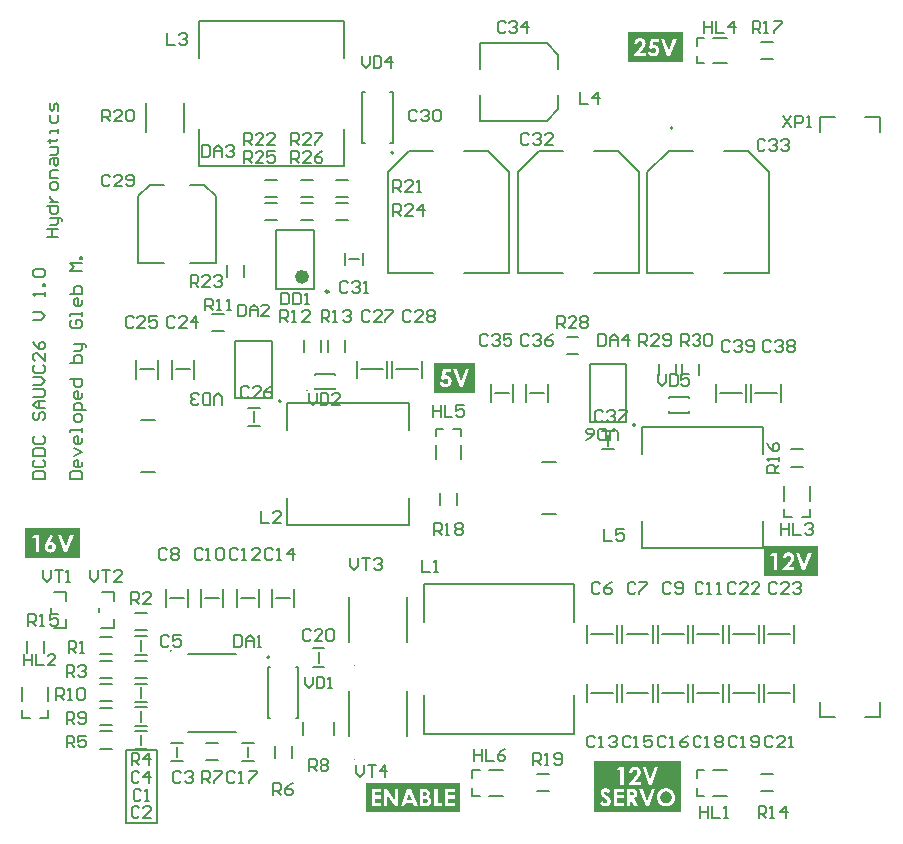
<source format=gto>
G04*
G04 #@! TF.GenerationSoftware,Altium Limited,Altium Designer,24.6.1 (21)*
G04*
G04 Layer_Color=65535*
%FSLAX44Y44*%
%MOMM*%
G71*
G04*
G04 #@! TF.SameCoordinates,DA47E9CF-6C3E-4516-8E5E-8674E5FB0160*
G04*
G04*
G04 #@! TF.FilePolarity,Positive*
G04*
G01*
G75*
%ADD10C,0.2500*%
%ADD11C,0.6000*%
%ADD12C,0.2000*%
%ADD13C,0.1000*%
%ADD14C,0.1500*%
%ADD15C,0.1270*%
G36*
X682586Y215000D02*
X637414D01*
Y240179D01*
X682586D01*
Y215000D01*
D02*
G37*
G36*
X568257Y650000D02*
X521743D01*
Y675550D01*
X568257D01*
Y650000D01*
D02*
G37*
G36*
X380160Y15000D02*
X299840D01*
Y39809D01*
X380160D01*
Y15000D01*
D02*
G37*
G36*
X392449Y370000D02*
X357551D01*
Y395179D01*
X392449D01*
Y370000D01*
D02*
G37*
G36*
X58257Y230000D02*
X11743D01*
Y255550D01*
X58257D01*
Y230000D01*
D02*
G37*
G36*
X566863Y38512D02*
Y15000D01*
X493137D01*
Y38512D01*
Y58691D01*
X566863D01*
Y38512D01*
D02*
G37*
%LPC*%
G36*
X677586Y234809D02*
X674717D01*
X670922Y224281D01*
X667196Y234809D01*
X664304D01*
X669533Y220000D01*
X672241D01*
X677586Y234809D01*
D02*
G37*
G36*
X658334Y235179D02*
X658103D01*
X657709Y235156D01*
X657316Y235110D01*
X656946Y235041D01*
X656622Y234971D01*
X656298Y234855D01*
X655997Y234740D01*
X655719Y234624D01*
X655465Y234485D01*
X655256Y234346D01*
X655048Y234231D01*
X654886Y234115D01*
X654747Y233999D01*
X654632Y233930D01*
X654562Y233860D01*
X654516Y233814D01*
X654493Y233791D01*
X654238Y233513D01*
X654030Y233236D01*
X653845Y232935D01*
X653683Y232634D01*
X653544Y232310D01*
X653405Y232009D01*
X653243Y231408D01*
X653174Y231130D01*
X653104Y230875D01*
X653081Y230644D01*
X653058Y230436D01*
X653035Y230274D01*
X653012Y230158D01*
Y230066D01*
Y230042D01*
X655766D01*
X655789Y230436D01*
X655881Y230806D01*
X655974Y231107D01*
X656089Y231361D01*
X656205Y231570D01*
X656298Y231732D01*
X656367Y231824D01*
X656390Y231847D01*
X656622Y232079D01*
X656876Y232241D01*
X657131Y232380D01*
X657385Y232449D01*
X657594Y232495D01*
X657756Y232542D01*
X657917D01*
X658241Y232518D01*
X658519Y232449D01*
X658774Y232356D01*
X658982Y232264D01*
X659144Y232148D01*
X659283Y232056D01*
X659352Y231986D01*
X659375Y231963D01*
X659560Y231755D01*
X659699Y231500D01*
X659815Y231269D01*
X659884Y231061D01*
X659931Y230852D01*
X659954Y230690D01*
Y230598D01*
Y230552D01*
X659931Y230251D01*
X659861Y229927D01*
X659769Y229603D01*
X659676Y229325D01*
X659584Y229071D01*
X659491Y228885D01*
X659421Y228747D01*
X659398Y228724D01*
Y228700D01*
X659283Y228492D01*
X659144Y228284D01*
X658820Y227844D01*
X658450Y227405D01*
X658079Y226988D01*
X657732Y226595D01*
X657570Y226433D01*
X657455Y226294D01*
X657339Y226178D01*
X657246Y226086D01*
X657200Y226039D01*
X657177Y226016D01*
X652618Y221342D01*
Y220000D01*
X662892D01*
Y222615D01*
X657570D01*
X659259Y224350D01*
X659630Y224744D01*
X659954Y225114D01*
X660255Y225461D01*
X660532Y225785D01*
X660787Y226109D01*
X660995Y226410D01*
X661203Y226664D01*
X661388Y226919D01*
X661527Y227150D01*
X661666Y227358D01*
X661782Y227520D01*
X661874Y227659D01*
X661921Y227775D01*
X661967Y227867D01*
X662013Y227914D01*
Y227937D01*
X662268Y228492D01*
X662453Y229024D01*
X662592Y229510D01*
X662684Y229927D01*
X662730Y230297D01*
X662754Y230436D01*
X662777Y230552D01*
Y230644D01*
Y230714D01*
Y230760D01*
Y230783D01*
X662754Y231199D01*
X662684Y231593D01*
X662569Y231963D01*
X662476Y232287D01*
X662360Y232565D01*
X662244Y232773D01*
X662175Y232912D01*
X662152Y232958D01*
X661897Y233328D01*
X661620Y233675D01*
X661342Y233953D01*
X661088Y234184D01*
X660856Y234370D01*
X660648Y234485D01*
X660532Y234578D01*
X660509Y234601D01*
X660486D01*
X660093Y234786D01*
X659676Y234925D01*
X659283Y235041D01*
X658912Y235110D01*
X658588Y235156D01*
X658334Y235179D01*
D02*
G37*
G36*
X648268Y234809D02*
X644034D01*
X642414Y232171D01*
X645469D01*
Y220000D01*
X648268D01*
Y234809D01*
D02*
G37*
G36*
X563257Y670179D02*
X560388D01*
X556593Y659651D01*
X552867Y670179D01*
X549975D01*
X555205Y655370D01*
X557912D01*
X563257Y670179D01*
D02*
G37*
G36*
X548240D02*
X541298D01*
X539516Y661942D01*
X541807Y661433D01*
X542131Y661734D01*
X542408Y661965D01*
X542524Y662034D01*
X542617Y662081D01*
X542663Y662127D01*
X542686D01*
X543033Y662266D01*
X543334Y662335D01*
X543450Y662358D01*
X543612D01*
X543913Y662335D01*
X544190Y662266D01*
X544445Y662150D01*
X544653Y662034D01*
X544838Y661896D01*
X544954Y661803D01*
X545046Y661710D01*
X545069Y661687D01*
X545278Y661433D01*
X545440Y661155D01*
X545532Y660877D01*
X545625Y660623D01*
X545671Y660368D01*
X545694Y660183D01*
Y660068D01*
Y660044D01*
Y660021D01*
X545671Y659651D01*
X545602Y659304D01*
X545486Y659003D01*
X545370Y658749D01*
X545231Y658564D01*
X545139Y658401D01*
X545046Y658309D01*
X545023Y658286D01*
X544769Y658077D01*
X544514Y657915D01*
X544236Y657800D01*
X544005Y657730D01*
X543774Y657684D01*
X543612Y657638D01*
X543450D01*
X543195Y657661D01*
X542964Y657684D01*
X542756Y657754D01*
X542570Y657823D01*
X542408Y657869D01*
X542293Y657939D01*
X542223Y657962D01*
X542200Y657985D01*
X542015Y658124D01*
X541830Y658309D01*
X541668Y658471D01*
X541552Y658656D01*
X541460Y658795D01*
X541390Y658934D01*
X541344Y659026D01*
X541321Y659049D01*
X538359D01*
X538544Y658378D01*
X538822Y657777D01*
X539100Y657268D01*
X539400Y656851D01*
X539678Y656504D01*
X539794Y656365D01*
X539909Y656273D01*
X540002Y656180D01*
X540071Y656111D01*
X540094Y656087D01*
X540118Y656064D01*
X540372Y655879D01*
X540650Y655717D01*
X541205Y655440D01*
X541760Y655255D01*
X542270Y655139D01*
X542709Y655046D01*
X542894Y655023D01*
X543056D01*
X543195Y655000D01*
X543380D01*
X543774Y655023D01*
X544144Y655069D01*
X544491Y655139D01*
X544838Y655231D01*
X545440Y655463D01*
X545717Y655602D01*
X545972Y655740D01*
X546180Y655856D01*
X546388Y655995D01*
X546550Y656111D01*
X546712Y656226D01*
X546828Y656319D01*
X546897Y656388D01*
X546944Y656435D01*
X546967Y656458D01*
X547221Y656735D01*
X547453Y657036D01*
X547661Y657337D01*
X547823Y657661D01*
X547962Y657962D01*
X548078Y658263D01*
X548263Y658841D01*
X548332Y659096D01*
X548378Y659350D01*
X548401Y659558D01*
X548425Y659744D01*
X548448Y659905D01*
Y660114D01*
X548425Y660507D01*
X548401Y660877D01*
X548332Y661225D01*
X548240Y661548D01*
X548147Y661872D01*
X548031Y662150D01*
X547892Y662428D01*
X547777Y662659D01*
X547661Y662867D01*
X547522Y663076D01*
X547407Y663238D01*
X547314Y663353D01*
X547221Y663469D01*
X547175Y663538D01*
X547129Y663585D01*
X547106Y663608D01*
X546851Y663862D01*
X546573Y664071D01*
X546296Y664256D01*
X546018Y664418D01*
X545741Y664557D01*
X545463Y664649D01*
X544931Y664834D01*
X544699Y664881D01*
X544468Y664927D01*
X544283Y664950D01*
X544098Y664973D01*
X543959Y664996D01*
X543612D01*
X543450Y664973D01*
X543334Y664950D01*
X543288D01*
X543126Y664904D01*
X542964Y664881D01*
X542848Y664857D01*
X542825Y664834D01*
X542802D01*
X543403Y667565D01*
X548240D01*
Y670179D01*
D02*
G37*
G36*
X532458Y670550D02*
X532227D01*
X531834Y670527D01*
X531440Y670480D01*
X531070Y670411D01*
X530746Y670341D01*
X530422Y670226D01*
X530121Y670110D01*
X529844Y669994D01*
X529589Y669855D01*
X529381Y669717D01*
X529173Y669601D01*
X529011Y669485D01*
X528872Y669370D01*
X528756Y669300D01*
X528687Y669231D01*
X528640Y669184D01*
X528617Y669161D01*
X528363Y668884D01*
X528154Y668606D01*
X527969Y668305D01*
X527807Y668004D01*
X527669Y667680D01*
X527530Y667380D01*
X527368Y666778D01*
X527298Y666500D01*
X527229Y666246D01*
X527206Y666014D01*
X527183Y665806D01*
X527160Y665644D01*
X527136Y665528D01*
Y665436D01*
Y665413D01*
X529890D01*
X529913Y665806D01*
X530006Y666176D01*
X530098Y666477D01*
X530214Y666732D01*
X530330Y666940D01*
X530422Y667102D01*
X530492Y667194D01*
X530515Y667218D01*
X530746Y667449D01*
X531001Y667611D01*
X531255Y667750D01*
X531510Y667819D01*
X531718Y667866D01*
X531880Y667912D01*
X532042D01*
X532366Y667889D01*
X532644Y667819D01*
X532898Y667727D01*
X533106Y667634D01*
X533268Y667518D01*
X533407Y667426D01*
X533477Y667356D01*
X533500Y667333D01*
X533685Y667125D01*
X533824Y666870D01*
X533939Y666639D01*
X534009Y666431D01*
X534055Y666223D01*
X534078Y666061D01*
Y665968D01*
Y665922D01*
X534055Y665621D01*
X533986Y665297D01*
X533893Y664973D01*
X533801Y664695D01*
X533708Y664441D01*
X533615Y664256D01*
X533546Y664117D01*
X533523Y664094D01*
Y664071D01*
X533407Y663862D01*
X533268Y663654D01*
X532944Y663214D01*
X532574Y662775D01*
X532204Y662358D01*
X531857Y661965D01*
X531695Y661803D01*
X531579Y661664D01*
X531464Y661548D01*
X531371Y661456D01*
X531325Y661410D01*
X531301Y661386D01*
X526743Y656712D01*
Y655370D01*
X537017D01*
Y657985D01*
X531695D01*
X533384Y659720D01*
X533754Y660114D01*
X534078Y660484D01*
X534379Y660831D01*
X534657Y661155D01*
X534911Y661479D01*
X535120Y661780D01*
X535328Y662034D01*
X535513Y662289D01*
X535652Y662520D01*
X535790Y662729D01*
X535906Y662890D01*
X535999Y663029D01*
X536045Y663145D01*
X536091Y663238D01*
X536138Y663284D01*
Y663307D01*
X536392Y663862D01*
X536577Y664395D01*
X536716Y664881D01*
X536809Y665297D01*
X536855Y665667D01*
X536878Y665806D01*
X536901Y665922D01*
Y666014D01*
Y666084D01*
Y666130D01*
Y666153D01*
X536878Y666570D01*
X536809Y666963D01*
X536693Y667333D01*
X536600Y667657D01*
X536485Y667935D01*
X536369Y668143D01*
X536300Y668282D01*
X536276Y668328D01*
X536022Y668699D01*
X535744Y669046D01*
X535467Y669323D01*
X535212Y669555D01*
X534981Y669740D01*
X534772Y669855D01*
X534657Y669948D01*
X534634Y669971D01*
X534610D01*
X534217Y670156D01*
X533801Y670295D01*
X533407Y670411D01*
X533037Y670480D01*
X532713Y670527D01*
X532458Y670550D01*
D02*
G37*
G36*
X327401Y34809D02*
X324601D01*
Y25044D01*
X318214Y34809D01*
X315553D01*
Y20000D01*
X318353D01*
Y29695D01*
X324693Y20000D01*
X327401D01*
Y34809D01*
D02*
G37*
G36*
X375160D02*
X367085D01*
Y20000D01*
X375160D01*
Y22777D01*
X369885D01*
Y26664D01*
X375160D01*
Y29395D01*
X369885D01*
Y32079D01*
X375160D01*
Y34809D01*
D02*
G37*
G36*
X360768D02*
X357968D01*
Y20000D01*
X364910D01*
Y22684D01*
X360768D01*
Y34809D01*
D02*
G37*
G36*
X348828D02*
X346005D01*
Y20000D01*
X350170D01*
X350794Y20023D01*
X351350Y20069D01*
X351836Y20162D01*
X352229Y20254D01*
X352553Y20324D01*
X352785Y20417D01*
X352923Y20463D01*
X352970Y20486D01*
X353340Y20694D01*
X353664Y20949D01*
X353965Y21203D01*
X354196Y21435D01*
X354404Y21666D01*
X354543Y21851D01*
X354636Y21967D01*
X354659Y22013D01*
X354867Y22406D01*
X355029Y22800D01*
X355145Y23193D01*
X355237Y23540D01*
X355284Y23864D01*
X355307Y24096D01*
Y24304D01*
X355284Y24767D01*
X355214Y25206D01*
X355098Y25577D01*
X354983Y25924D01*
X354867Y26178D01*
X354751Y26386D01*
X354682Y26502D01*
X354659Y26548D01*
X354404Y26895D01*
X354080Y27196D01*
X353756Y27474D01*
X353432Y27705D01*
X353155Y27891D01*
X352923Y28029D01*
X352831Y28076D01*
X352761Y28122D01*
X352715Y28145D01*
X352692D01*
X352970Y28376D01*
X353224Y28608D01*
X353409Y28816D01*
X353571Y29024D01*
X353687Y29186D01*
X353779Y29325D01*
X353826Y29418D01*
X353849Y29441D01*
X353965Y29695D01*
X354057Y29973D01*
X354127Y30228D01*
X354173Y30459D01*
X354196Y30667D01*
X354219Y30829D01*
Y30922D01*
Y30968D01*
X354196Y31431D01*
X354104Y31871D01*
X353965Y32241D01*
X353826Y32588D01*
X353664Y32842D01*
X353548Y33051D01*
X353456Y33166D01*
X353409Y33213D01*
X353085Y33560D01*
X352738Y33837D01*
X352391Y34069D01*
X352067Y34231D01*
X351766Y34370D01*
X351512Y34462D01*
X351442Y34485D01*
X351373Y34508D01*
X351327Y34532D01*
X351304D01*
X351119Y34578D01*
X350910Y34624D01*
X350448Y34694D01*
X349938Y34740D01*
X349453Y34786D01*
X349013D01*
X348828Y34809D01*
D02*
G37*
G36*
X338137D02*
X335291D01*
X329576Y20000D01*
X332514D01*
X333694Y23054D01*
X339734D01*
X340891Y20000D01*
X343830D01*
X338137Y34809D01*
D02*
G37*
G36*
X312915D02*
X304840D01*
Y20000D01*
X312915D01*
Y22777D01*
X307640D01*
Y26664D01*
X312915D01*
Y29395D01*
X307640D01*
Y32079D01*
X312915D01*
Y34809D01*
D02*
G37*
%LPD*%
G36*
X349869Y32102D02*
X350170Y32056D01*
X350424Y31986D01*
X350633Y31917D01*
X350794Y31847D01*
X350910Y31778D01*
X350980Y31732D01*
X351003Y31709D01*
X351165Y31546D01*
X351281Y31361D01*
X351373Y31176D01*
X351419Y30991D01*
X351466Y30829D01*
X351489Y30714D01*
Y30621D01*
Y30598D01*
X351466Y30343D01*
X351419Y30112D01*
X351327Y29904D01*
X351234Y29742D01*
X351142Y29603D01*
X351049Y29510D01*
X351003Y29441D01*
X350980Y29418D01*
X350771Y29279D01*
X350517Y29186D01*
X350262Y29094D01*
X350008Y29048D01*
X349776Y29024D01*
X349591Y29001D01*
X348805D01*
Y32125D01*
X349522D01*
X349869Y32102D01*
D02*
G37*
G36*
X349962Y26456D02*
X350471Y26386D01*
X350887Y26294D01*
X351211Y26201D01*
X351466Y26109D01*
X351651Y26016D01*
X351766Y25947D01*
X351790Y25924D01*
X352044Y25692D01*
X352229Y25461D01*
X352345Y25206D01*
X352437Y24952D01*
X352484Y24744D01*
X352530Y24558D01*
Y24443D01*
Y24397D01*
X352507Y24096D01*
X352437Y23841D01*
X352322Y23633D01*
X352229Y23448D01*
X352113Y23309D01*
X351998Y23216D01*
X351928Y23147D01*
X351905Y23124D01*
X351766Y23054D01*
X351628Y22985D01*
X351257Y22869D01*
X350864Y22800D01*
X350471Y22730D01*
X350100Y22707D01*
X349938D01*
X349776Y22684D01*
X348805D01*
Y26479D01*
X349383D01*
X349962Y26456D01*
D02*
G37*
G36*
X338716Y25785D02*
X334736D01*
X336726Y30875D01*
X338716Y25785D01*
D02*
G37*
%LPC*%
G36*
X387449Y390179D02*
X384580D01*
X380785Y379651D01*
X377059Y390179D01*
X374167D01*
X379397Y375370D01*
X382104D01*
X387449Y390179D01*
D02*
G37*
G36*
X372431D02*
X365490D01*
X363708Y381942D01*
X365999Y381433D01*
X366323Y381734D01*
X366600Y381965D01*
X366716Y382034D01*
X366809Y382081D01*
X366855Y382127D01*
X366878D01*
X367225Y382266D01*
X367526Y382335D01*
X367642Y382358D01*
X367804D01*
X368105Y382335D01*
X368382Y382266D01*
X368637Y382150D01*
X368845Y382034D01*
X369030Y381895D01*
X369146Y381803D01*
X369238Y381710D01*
X369261Y381687D01*
X369470Y381433D01*
X369632Y381155D01*
X369724Y380877D01*
X369817Y380623D01*
X369863Y380368D01*
X369886Y380183D01*
Y380067D01*
Y380044D01*
Y380021D01*
X369863Y379651D01*
X369794Y379304D01*
X369678Y379003D01*
X369562Y378749D01*
X369423Y378563D01*
X369331Y378401D01*
X369238Y378309D01*
X369215Y378286D01*
X368961Y378078D01*
X368706Y377916D01*
X368428Y377800D01*
X368197Y377730D01*
X367966Y377684D01*
X367804Y377638D01*
X367642D01*
X367387Y377661D01*
X367156Y377684D01*
X366948Y377754D01*
X366762Y377823D01*
X366600Y377869D01*
X366485Y377939D01*
X366415Y377962D01*
X366392Y377985D01*
X366207Y378124D01*
X366022Y378309D01*
X365860Y378471D01*
X365744Y378656D01*
X365652Y378795D01*
X365582Y378934D01*
X365536Y379026D01*
X365513Y379049D01*
X362551D01*
X362736Y378378D01*
X363014Y377777D01*
X363292Y377268D01*
X363592Y376851D01*
X363870Y376504D01*
X363986Y376365D01*
X364101Y376273D01*
X364194Y376180D01*
X364263Y376111D01*
X364286Y376087D01*
X364310Y376064D01*
X364564Y375879D01*
X364842Y375717D01*
X365397Y375440D01*
X365952Y375255D01*
X366462Y375139D01*
X366901Y375046D01*
X367086Y375023D01*
X367248D01*
X367387Y375000D01*
X367572D01*
X367966Y375023D01*
X368336Y375069D01*
X368683Y375139D01*
X369030Y375231D01*
X369632Y375463D01*
X369909Y375602D01*
X370164Y375740D01*
X370372Y375856D01*
X370580Y375995D01*
X370742Y376111D01*
X370904Y376226D01*
X371020Y376319D01*
X371090Y376388D01*
X371136Y376435D01*
X371159Y376458D01*
X371413Y376735D01*
X371645Y377036D01*
X371853Y377337D01*
X372015Y377661D01*
X372154Y377962D01*
X372270Y378263D01*
X372455Y378841D01*
X372524Y379096D01*
X372570Y379350D01*
X372593Y379558D01*
X372617Y379744D01*
X372640Y379906D01*
Y380114D01*
X372617Y380507D01*
X372593Y380877D01*
X372524Y381225D01*
X372431Y381548D01*
X372339Y381872D01*
X372223Y382150D01*
X372084Y382428D01*
X371969Y382659D01*
X371853Y382867D01*
X371714Y383076D01*
X371599Y383238D01*
X371506Y383353D01*
X371413Y383469D01*
X371367Y383538D01*
X371321Y383585D01*
X371298Y383608D01*
X371043Y383862D01*
X370765Y384071D01*
X370488Y384256D01*
X370210Y384418D01*
X369933Y384557D01*
X369655Y384649D01*
X369123Y384834D01*
X368891Y384880D01*
X368660Y384927D01*
X368475Y384950D01*
X368290Y384973D01*
X368151Y384996D01*
X367804D01*
X367642Y384973D01*
X367526Y384950D01*
X367480D01*
X367318Y384904D01*
X367156Y384880D01*
X367040Y384857D01*
X367017Y384834D01*
X366994D01*
X367595Y387565D01*
X372431D01*
Y390179D01*
D02*
G37*
G36*
X52586Y250179D02*
X49717D01*
X45922Y239651D01*
X42196Y250179D01*
X39304D01*
X44533Y235370D01*
X47241D01*
X52586Y250179D01*
D02*
G37*
G36*
X23268D02*
X19034D01*
X17414Y247542D01*
X20468D01*
Y235370D01*
X23268D01*
Y250179D01*
D02*
G37*
G36*
X33149Y250550D02*
X29331Y243099D01*
X29076Y242590D01*
X28868Y242173D01*
X28706Y241803D01*
X28590Y241502D01*
X28498Y241271D01*
X28428Y241109D01*
X28382Y240993D01*
Y240970D01*
X28266Y240461D01*
X28243Y240229D01*
X28220Y240021D01*
X28197Y239836D01*
Y239582D01*
X28220Y239258D01*
X28243Y238934D01*
X28313Y238610D01*
X28405Y238332D01*
X28614Y237777D01*
X28868Y237314D01*
X28984Y237106D01*
X29100Y236921D01*
X29215Y236759D01*
X29308Y236643D01*
X29400Y236527D01*
X29470Y236458D01*
X29493Y236411D01*
X29516Y236388D01*
X29771Y236134D01*
X30048Y235926D01*
X30326Y235740D01*
X30603Y235578D01*
X30881Y235463D01*
X31159Y235347D01*
X31691Y235185D01*
X31946Y235116D01*
X32154Y235069D01*
X32362Y235046D01*
X32547Y235023D01*
X32686Y235000D01*
X32871D01*
X33218Y235023D01*
X33565Y235069D01*
X33866Y235116D01*
X34190Y235208D01*
X34746Y235417D01*
X35208Y235671D01*
X35417Y235787D01*
X35602Y235926D01*
X35764Y236041D01*
X35902Y236134D01*
X35995Y236226D01*
X36064Y236296D01*
X36111Y236319D01*
X36134Y236342D01*
X36365Y236597D01*
X36597Y236874D01*
X36759Y237152D01*
X36921Y237430D01*
X37059Y237684D01*
X37175Y237962D01*
X37337Y238471D01*
X37430Y238934D01*
X37453Y239119D01*
X37476Y239281D01*
X37499Y239420D01*
Y239605D01*
X37476Y239975D01*
X37453Y240322D01*
X37383Y240669D01*
X37291Y240970D01*
X37083Y241548D01*
X36944Y241803D01*
X36828Y242034D01*
X36712Y242243D01*
X36574Y242428D01*
X36458Y242590D01*
X36365Y242729D01*
X36273Y242821D01*
X36226Y242890D01*
X36180Y242937D01*
X36157Y242960D01*
X35902Y243191D01*
X35625Y243423D01*
X35370Y243585D01*
X35093Y243747D01*
X34815Y243885D01*
X34537Y244001D01*
X34028Y244163D01*
X33589Y244256D01*
X33403Y244279D01*
X33241Y244302D01*
X33103Y244325D01*
X32917D01*
X35509Y249370D01*
X33149Y250550D01*
D02*
G37*
%LPD*%
G36*
X33103Y241641D02*
X33380Y241572D01*
X33612Y241479D01*
X33820Y241387D01*
X33982Y241271D01*
X34098Y241178D01*
X34167Y241109D01*
X34190Y241086D01*
X34375Y240854D01*
X34514Y240623D01*
X34607Y240368D01*
X34676Y240160D01*
X34722Y239952D01*
X34746Y239790D01*
Y239697D01*
Y239651D01*
X34722Y239327D01*
X34653Y239049D01*
X34560Y238795D01*
X34468Y238587D01*
X34352Y238425D01*
X34260Y238309D01*
X34190Y238216D01*
X34167Y238193D01*
X33959Y238008D01*
X33727Y237869D01*
X33496Y237777D01*
X33288Y237707D01*
X33079Y237661D01*
X32941Y237638D01*
X32802D01*
X32524Y237661D01*
X32293Y237730D01*
X32061Y237823D01*
X31876Y237939D01*
X31714Y238031D01*
X31598Y238124D01*
X31529Y238193D01*
X31506Y238216D01*
X31321Y238448D01*
X31182Y238679D01*
X31089Y238934D01*
X31020Y239142D01*
X30974Y239350D01*
X30951Y239512D01*
Y239605D01*
Y239651D01*
X30974Y239952D01*
X31043Y240229D01*
X31113Y240484D01*
X31228Y240692D01*
X31321Y240854D01*
X31390Y240993D01*
X31460Y241063D01*
X31483Y241086D01*
X31691Y241271D01*
X31923Y241410D01*
X32131Y241525D01*
X32339Y241595D01*
X32524Y241641D01*
X32663Y241664D01*
X32802D01*
X33103Y241641D01*
D02*
G37*
%LPC*%
G36*
X547586Y53321D02*
X544717D01*
X540922Y42792D01*
X537196Y53321D01*
X534304D01*
X539533Y38512D01*
X542241D01*
X547586Y53321D01*
D02*
G37*
G36*
X528334Y53691D02*
X528103D01*
X527709Y53668D01*
X527316Y53622D01*
X526946Y53552D01*
X526622Y53483D01*
X526298Y53367D01*
X525997Y53251D01*
X525719Y53136D01*
X525465Y52997D01*
X525256Y52858D01*
X525048Y52742D01*
X524886Y52627D01*
X524747Y52511D01*
X524632Y52441D01*
X524562Y52372D01*
X524516Y52326D01*
X524493Y52303D01*
X524238Y52025D01*
X524030Y51747D01*
X523845Y51446D01*
X523683Y51146D01*
X523544Y50822D01*
X523405Y50521D01*
X523243Y49919D01*
X523174Y49642D01*
X523105Y49387D01*
X523081Y49156D01*
X523058Y48947D01*
X523035Y48785D01*
X523012Y48670D01*
Y48577D01*
Y48554D01*
X525765D01*
X525789Y48947D01*
X525881Y49318D01*
X525974Y49618D01*
X526089Y49873D01*
X526205Y50081D01*
X526298Y50243D01*
X526367Y50336D01*
X526390Y50359D01*
X526622Y50590D01*
X526876Y50752D01*
X527131Y50891D01*
X527385Y50960D01*
X527593Y51007D01*
X527756Y51053D01*
X527918D01*
X528241Y51030D01*
X528519Y50960D01*
X528774Y50868D01*
X528982Y50775D01*
X529144Y50660D01*
X529283Y50567D01*
X529352Y50498D01*
X529375Y50475D01*
X529560Y50266D01*
X529699Y50012D01*
X529815Y49780D01*
X529884Y49572D01*
X529931Y49364D01*
X529954Y49202D01*
Y49109D01*
Y49063D01*
X529931Y48762D01*
X529861Y48438D01*
X529769Y48114D01*
X529676Y47837D01*
X529584Y47582D01*
X529491Y47397D01*
X529422Y47258D01*
X529398Y47235D01*
Y47212D01*
X529283Y47004D01*
X529144Y46795D01*
X528820Y46356D01*
X528450Y45916D01*
X528079Y45500D01*
X527732Y45106D01*
X527570Y44944D01*
X527455Y44805D01*
X527339Y44690D01*
X527246Y44597D01*
X527200Y44551D01*
X527177Y44528D01*
X522618Y39854D01*
Y38512D01*
X532892D01*
Y41126D01*
X527570D01*
X529259Y42862D01*
X529630Y43255D01*
X529954Y43625D01*
X530255Y43972D01*
X530532Y44296D01*
X530787Y44620D01*
X530995Y44921D01*
X531203Y45176D01*
X531388Y45430D01*
X531527Y45662D01*
X531666Y45870D01*
X531782Y46032D01*
X531874Y46171D01*
X531921Y46286D01*
X531967Y46379D01*
X532013Y46425D01*
Y46448D01*
X532268Y47004D01*
X532453Y47536D01*
X532592Y48022D01*
X532684Y48438D01*
X532730Y48808D01*
X532754Y48947D01*
X532777Y49063D01*
Y49156D01*
Y49225D01*
Y49271D01*
Y49295D01*
X532754Y49711D01*
X532684Y50104D01*
X532569Y50475D01*
X532476Y50799D01*
X532360Y51076D01*
X532244Y51284D01*
X532175Y51423D01*
X532152Y51470D01*
X531897Y51840D01*
X531620Y52187D01*
X531342Y52465D01*
X531088Y52696D01*
X530856Y52881D01*
X530648Y52997D01*
X530532Y53089D01*
X530509Y53113D01*
X530486D01*
X530093Y53298D01*
X529676Y53436D01*
X529283Y53552D01*
X528913Y53622D01*
X528588Y53668D01*
X528334Y53691D01*
D02*
G37*
G36*
X518268Y53321D02*
X514034D01*
X512414Y50683D01*
X515468D01*
Y38512D01*
X518268D01*
Y53321D01*
D02*
G37*
G36*
X503066Y35550D02*
X502881D01*
X502557Y35526D01*
X502256Y35503D01*
X501701Y35388D01*
X501215Y35203D01*
X500798Y34994D01*
X500451Y34786D01*
X500312Y34694D01*
X500196Y34624D01*
X500104Y34532D01*
X500034Y34485D01*
X500011Y34462D01*
X499988Y34439D01*
X499780Y34231D01*
X499618Y33999D01*
X499456Y33791D01*
X499317Y33560D01*
X499109Y33120D01*
X498970Y32703D01*
X498901Y32333D01*
X498877Y32194D01*
X498854Y32056D01*
X498831Y31940D01*
Y31871D01*
Y31824D01*
Y31801D01*
X498854Y31408D01*
X498947Y31014D01*
X499063Y30644D01*
X499178Y30320D01*
X499317Y30043D01*
X499410Y29834D01*
X499502Y29695D01*
X499525Y29672D01*
Y29649D01*
X499664Y29441D01*
X499849Y29209D01*
X500081Y28978D01*
X500312Y28723D01*
X500821Y28214D01*
X501353Y27729D01*
X501839Y27289D01*
X502071Y27104D01*
X502256Y26942D01*
X502418Y26803D01*
X502533Y26710D01*
X502626Y26641D01*
X502649Y26618D01*
X503089Y26248D01*
X503436Y25947D01*
X503714Y25669D01*
X503922Y25461D01*
X504084Y25276D01*
X504200Y25160D01*
X504246Y25091D01*
X504269Y25068D01*
X504408Y24882D01*
X504500Y24697D01*
X504570Y24535D01*
X504616Y24397D01*
X504639Y24258D01*
X504662Y24165D01*
Y24096D01*
Y24072D01*
X504639Y23864D01*
X504593Y23679D01*
X504500Y23517D01*
X504408Y23378D01*
X504315Y23263D01*
X504223Y23170D01*
X504176Y23124D01*
X504153Y23101D01*
X503968Y22962D01*
X503760Y22869D01*
X503552Y22777D01*
X503367Y22730D01*
X503205Y22707D01*
X503066Y22684D01*
X502950D01*
X502696Y22707D01*
X502441Y22777D01*
X502210Y22869D01*
X501978Y22985D01*
X501562Y23309D01*
X501215Y23679D01*
X500914Y24026D01*
X500682Y24350D01*
X500613Y24466D01*
X500544Y24558D01*
X500520Y24628D01*
X500497Y24651D01*
X498137Y23216D01*
X498461Y22638D01*
X498808Y22129D01*
X499132Y21712D01*
X499456Y21365D01*
X499711Y21111D01*
X499942Y20902D01*
X500081Y20810D01*
X500104Y20764D01*
X500127D01*
X500590Y20509D01*
X501053Y20324D01*
X501515Y20185D01*
X501955Y20092D01*
X502325Y20046D01*
X502487Y20023D01*
X502626D01*
X502719Y20000D01*
X502881D01*
X503251Y20023D01*
X503598Y20046D01*
X504246Y20185D01*
X504824Y20370D01*
X505056Y20486D01*
X505287Y20602D01*
X505495Y20694D01*
X505657Y20810D01*
X505819Y20902D01*
X505935Y20995D01*
X506028Y21064D01*
X506120Y21134D01*
X506143Y21157D01*
X506166Y21180D01*
X506398Y21411D01*
X506583Y21643D01*
X506768Y21897D01*
X506907Y22152D01*
X507138Y22638D01*
X507277Y23124D01*
X507370Y23540D01*
X507393Y23702D01*
X507416Y23864D01*
X507439Y23980D01*
Y24165D01*
X507416Y24512D01*
X507393Y24836D01*
X507323Y25137D01*
X507254Y25391D01*
X507185Y25600D01*
X507138Y25762D01*
X507092Y25854D01*
X507069Y25900D01*
X506907Y26201D01*
X506745Y26479D01*
X506537Y26757D01*
X506328Y27011D01*
X506166Y27243D01*
X506004Y27405D01*
X505912Y27497D01*
X505866Y27543D01*
X505796Y27613D01*
X505681Y27705D01*
X505403Y27960D01*
X505102Y28238D01*
X504755Y28515D01*
X504431Y28793D01*
X504153Y29024D01*
X504061Y29117D01*
X503968Y29186D01*
X503922Y29209D01*
X503899Y29233D01*
X503598Y29487D01*
X503320Y29742D01*
X503066Y29950D01*
X502858Y30135D01*
X502672Y30320D01*
X502487Y30482D01*
X502233Y30737D01*
X502048Y30922D01*
X501932Y31037D01*
X501862Y31107D01*
X501839Y31130D01*
X501701Y31385D01*
X501631Y31616D01*
Y31709D01*
X501608Y31778D01*
Y31824D01*
Y31847D01*
X501631Y31986D01*
X501654Y32102D01*
X501793Y32333D01*
X501909Y32472D01*
X501932Y32495D01*
X501955Y32518D01*
X502094Y32611D01*
X502233Y32703D01*
X502533Y32773D01*
X502672Y32796D01*
X502765Y32819D01*
X502858D01*
X503066Y32796D01*
X503274Y32750D01*
X503482Y32680D01*
X503690Y32588D01*
X504061Y32333D01*
X504385Y32056D01*
X504686Y31778D01*
X504894Y31523D01*
X504963Y31431D01*
X505033Y31361D01*
X505056Y31315D01*
X505079Y31292D01*
X507185Y33143D01*
X506745Y33606D01*
X506352Y34023D01*
X505981Y34346D01*
X505634Y34601D01*
X505380Y34786D01*
X505171Y34925D01*
X505033Y34994D01*
X505009Y35017D01*
X504986D01*
X504616Y35203D01*
X504246Y35318D01*
X503876Y35411D01*
X503552Y35480D01*
X503274Y35526D01*
X503066Y35550D01*
D02*
G37*
G36*
X544948Y35179D02*
X542079D01*
X538284Y24651D01*
X534558Y35179D01*
X531666D01*
X536895Y20370D01*
X539603D01*
X544948Y35179D01*
D02*
G37*
G36*
X524400D02*
X521022D01*
Y20370D01*
X523822D01*
Y26641D01*
X524076D01*
X527431Y20370D01*
X530509D01*
X526992Y26942D01*
X527478Y27150D01*
X527918Y27381D01*
X528288Y27636D01*
X528565Y27867D01*
X528797Y28099D01*
X528959Y28261D01*
X529074Y28376D01*
X529098Y28423D01*
X529329Y28816D01*
X529514Y29233D01*
X529630Y29626D01*
X529722Y30019D01*
X529769Y30366D01*
X529815Y30644D01*
Y30737D01*
Y30806D01*
Y30852D01*
Y30875D01*
X529792Y31385D01*
X529722Y31847D01*
X529607Y32241D01*
X529491Y32611D01*
X529375Y32889D01*
X529259Y33097D01*
X529190Y33236D01*
X529167Y33282D01*
X528913Y33629D01*
X528635Y33930D01*
X528357Y34184D01*
X528103Y34393D01*
X527871Y34555D01*
X527663Y34647D01*
X527547Y34717D01*
X527524Y34740D01*
X527501D01*
X527293Y34809D01*
X527061Y34879D01*
X526506Y34994D01*
X525928Y35064D01*
X525372Y35133D01*
X525094D01*
X524840Y35156D01*
X524608D01*
X524400Y35179D01*
D02*
G37*
G36*
X518222D02*
X510146D01*
Y20370D01*
X518222D01*
Y23147D01*
X512946D01*
Y27034D01*
X518222D01*
Y29765D01*
X512946D01*
Y32449D01*
X518222D01*
Y35179D01*
D02*
G37*
G36*
X554343Y35550D02*
X553810D01*
X553440Y35503D01*
X552723Y35388D01*
X552052Y35203D01*
X551751Y35110D01*
X551473Y35017D01*
X551219Y34925D01*
X550987Y34832D01*
X550802Y34740D01*
X550640Y34647D01*
X550502Y34578D01*
X550409Y34532D01*
X550340Y34508D01*
X550316Y34485D01*
X549692Y34069D01*
X549136Y33606D01*
X548650Y33143D01*
X548257Y32680D01*
X547933Y32287D01*
X547817Y32102D01*
X547702Y31963D01*
X547632Y31824D01*
X547563Y31732D01*
X547540Y31685D01*
X547517Y31662D01*
X547331Y31338D01*
X547193Y30991D01*
X546938Y30320D01*
X546753Y29649D01*
X546637Y29071D01*
X546591Y28793D01*
X546545Y28538D01*
X546521Y28330D01*
Y28145D01*
X546498Y27983D01*
Y27775D01*
X546521Y27196D01*
X546591Y26641D01*
X546707Y26086D01*
X546846Y25577D01*
X547007Y25091D01*
X547193Y24651D01*
X547401Y24234D01*
X547609Y23841D01*
X547794Y23494D01*
X548003Y23193D01*
X548188Y22915D01*
X548350Y22707D01*
X548488Y22522D01*
X548604Y22406D01*
X548674Y22314D01*
X548697Y22291D01*
X549113Y21897D01*
X549576Y21527D01*
X550016Y21226D01*
X550478Y20972D01*
X550964Y20740D01*
X551404Y20555D01*
X551867Y20417D01*
X552283Y20278D01*
X552700Y20185D01*
X553047Y20116D01*
X553394Y20069D01*
X553672Y20046D01*
X553903Y20023D01*
X554088Y20000D01*
X554227D01*
X554805Y20023D01*
X555361Y20092D01*
X555893Y20208D01*
X556402Y20347D01*
X556888Y20509D01*
X557328Y20694D01*
X557744Y20902D01*
X558114Y21111D01*
X558461Y21319D01*
X558739Y21527D01*
X559017Y21712D01*
X559225Y21874D01*
X559387Y22013D01*
X559526Y22129D01*
X559595Y22198D01*
X559618Y22221D01*
X560012Y22661D01*
X560359Y23101D01*
X560660Y23563D01*
X560914Y24026D01*
X561146Y24489D01*
X561308Y24952D01*
X561470Y25391D01*
X561585Y25808D01*
X561678Y26225D01*
X561747Y26572D01*
X561794Y26895D01*
X561840Y27173D01*
Y27405D01*
X561863Y27590D01*
Y27729D01*
X561840Y28330D01*
X561770Y28909D01*
X561655Y29441D01*
X561516Y29973D01*
X561331Y30459D01*
X561146Y30922D01*
X560937Y31338D01*
X560729Y31709D01*
X560521Y32056D01*
X560313Y32380D01*
X560127Y32634D01*
X559942Y32866D01*
X559804Y33028D01*
X559688Y33166D01*
X559618Y33236D01*
X559595Y33259D01*
X559156Y33652D01*
X558716Y34023D01*
X558253Y34323D01*
X557790Y34578D01*
X557351Y34809D01*
X556888Y34994D01*
X556471Y35133D01*
X556055Y35272D01*
X555662Y35364D01*
X555314Y35434D01*
X554991Y35480D01*
X554736Y35503D01*
X554505Y35526D01*
X554343Y35550D01*
D02*
G37*
%LPD*%
G36*
X525303Y32403D02*
X525580Y32380D01*
X525789Y32356D01*
X525951Y32310D01*
X526043Y32287D01*
X526113Y32264D01*
X526136D01*
X526437Y32102D01*
X526645Y31940D01*
X526784Y31801D01*
X526830Y31755D01*
Y31732D01*
X526922Y31593D01*
X526969Y31454D01*
X527061Y31176D01*
Y31061D01*
X527084Y30991D01*
Y30922D01*
Y30899D01*
X527061Y30621D01*
X526992Y30366D01*
X526922Y30181D01*
X526830Y30019D01*
X526714Y29904D01*
X526645Y29811D01*
X526575Y29765D01*
X526552Y29742D01*
X526321Y29626D01*
X526043Y29533D01*
X525742Y29487D01*
X525442Y29441D01*
X525164Y29418D01*
X524909Y29395D01*
X523822D01*
Y32426D01*
X524979D01*
X525303Y32403D01*
D02*
G37*
G36*
X554528Y32796D02*
X554898Y32750D01*
X555222Y32680D01*
X555546Y32588D01*
X556147Y32356D01*
X556402Y32218D01*
X556657Y32079D01*
X556865Y31940D01*
X557050Y31801D01*
X557212Y31685D01*
X557351Y31570D01*
X557467Y31477D01*
X557536Y31408D01*
X557582Y31361D01*
X557605Y31338D01*
X557860Y31061D01*
X558068Y30760D01*
X558276Y30459D01*
X558438Y30158D01*
X558577Y29857D01*
X558693Y29557D01*
X558855Y29001D01*
X558924Y28747D01*
X558970Y28492D01*
X558994Y28284D01*
X559017Y28099D01*
X559040Y27960D01*
Y27844D01*
Y27775D01*
Y27752D01*
X559017Y27358D01*
X558970Y26988D01*
X558901Y26641D01*
X558832Y26294D01*
X558600Y25692D01*
X558461Y25415D01*
X558346Y25160D01*
X558207Y24929D01*
X558068Y24744D01*
X557952Y24558D01*
X557860Y24420D01*
X557767Y24304D01*
X557698Y24234D01*
X557652Y24188D01*
X557629Y24165D01*
X557351Y23911D01*
X557073Y23702D01*
X556795Y23494D01*
X556495Y23332D01*
X556217Y23193D01*
X555916Y23077D01*
X555384Y22915D01*
X555153Y22846D01*
X554921Y22800D01*
X554713Y22777D01*
X554551Y22754D01*
X554389Y22730D01*
X554204D01*
X553880Y22754D01*
X553556Y22777D01*
X552977Y22915D01*
X552445Y23077D01*
X551982Y23286D01*
X551774Y23402D01*
X551612Y23494D01*
X551450Y23587D01*
X551311Y23679D01*
X551219Y23749D01*
X551149Y23795D01*
X551103Y23818D01*
X551080Y23841D01*
X550779Y24119D01*
X550502Y24420D01*
X550270Y24744D01*
X550062Y25044D01*
X549900Y25368D01*
X549761Y25692D01*
X549645Y26016D01*
X549553Y26317D01*
X549460Y26618D01*
X549414Y26872D01*
X549368Y27127D01*
X549344Y27335D01*
Y27497D01*
X549321Y27613D01*
Y27705D01*
Y27729D01*
X549344Y28145D01*
X549391Y28515D01*
X549460Y28886D01*
X549530Y29233D01*
X549645Y29557D01*
X549761Y29857D01*
X549877Y30135D01*
X550016Y30390D01*
X550154Y30621D01*
X550270Y30806D01*
X550386Y30991D01*
X550502Y31130D01*
X550571Y31246D01*
X550640Y31315D01*
X550687Y31361D01*
X550710Y31385D01*
X550987Y31639D01*
X551265Y31847D01*
X551543Y32056D01*
X551844Y32218D01*
X552121Y32356D01*
X552422Y32472D01*
X552954Y32634D01*
X553209Y32703D01*
X553440Y32750D01*
X553648Y32773D01*
X553810Y32796D01*
X553949Y32819D01*
X554157D01*
X554528Y32796D01*
D02*
G37*
D10*
X268500Y455950D02*
G03*
X268500Y455950I-1250J0D01*
G01*
D11*
X249000Y468500D02*
G03*
X249000Y468500I-3000J0D01*
G01*
D12*
X528000Y343000D02*
G03*
X528000Y343000I-1000J0D01*
G01*
X228000Y363000D02*
G03*
X228000Y363000I-1000J0D01*
G01*
X134940Y151810D02*
G03*
X134940Y151810I-500J0D01*
G01*
X218500Y146250D02*
G03*
X218500Y146250I-1000J0D01*
G01*
X560000Y594500D02*
G03*
X560000Y594500I-1000J0D01*
G01*
X323500Y573500D02*
G03*
X323500Y573500I-1000J0D01*
G01*
X256000Y458500D02*
Y508500D01*
X224000Y458500D02*
Y508500D01*
Y458500D02*
X256000D01*
X224000Y508500D02*
X256000D01*
X233650Y361435D02*
X336520D01*
Y258565D02*
Y281485D01*
Y338515D02*
Y361435D01*
X233650Y258565D02*
X336520D01*
X233650D02*
Y281485D01*
Y338515D02*
Y361435D01*
X189585Y365500D02*
X220585D01*
X189585D02*
Y414500D01*
X220585D01*
Y365500D02*
Y414500D01*
X533650Y341435D02*
X636520D01*
Y238565D02*
Y261485D01*
Y318515D02*
Y341435D01*
X533650Y238565D02*
X636520D01*
X533650D02*
Y261485D01*
Y318515D02*
Y341435D01*
X520585Y345500D02*
Y394500D01*
X489585D02*
X520585D01*
X489585Y345500D02*
Y394500D01*
Y345500D02*
X520585D01*
X684600Y96000D02*
X697300D01*
X684600D02*
Y108700D01*
X722700Y96000D02*
X735400D01*
Y108700D01*
X684600Y591300D02*
Y604000D01*
X697300D01*
X735400Y591300D02*
Y604000D01*
X722700D02*
X735400D01*
X29671Y502000D02*
X39668D01*
X34669D01*
Y508665D01*
X29671D01*
X39668D01*
X33003Y511997D02*
X38002D01*
X39668Y513663D01*
Y518661D01*
X41334D01*
X43000Y516995D01*
Y515329D01*
X39668Y518661D02*
X33003D01*
X29671Y528658D02*
X39668D01*
Y523660D01*
X38002Y521994D01*
X34669D01*
X33003Y523660D01*
Y528658D01*
Y531990D02*
X39668D01*
X36335D01*
X34669Y533657D01*
X33003Y535323D01*
Y536989D01*
X39668Y543653D02*
Y546986D01*
X38002Y548652D01*
X34669D01*
X33003Y546986D01*
Y543653D01*
X34669Y541987D01*
X38002D01*
X39668Y543653D01*
Y551984D02*
X33003D01*
Y556982D01*
X34669Y558648D01*
X39668D01*
X33003Y563647D02*
Y566979D01*
X34669Y568645D01*
X39668D01*
Y563647D01*
X38002Y561981D01*
X36335Y563647D01*
Y568645D01*
X33003Y571978D02*
X38002D01*
X39668Y573644D01*
Y578642D01*
X33003D01*
X31337Y583640D02*
X33003D01*
Y581974D01*
Y585307D01*
Y583640D01*
X38002D01*
X39668Y585307D01*
Y590305D02*
Y593637D01*
Y591971D01*
X33003D01*
Y590305D01*
Y605300D02*
Y600302D01*
X34669Y598635D01*
X38002D01*
X39668Y600302D01*
Y605300D01*
Y608632D02*
Y613631D01*
X38002Y615297D01*
X36335Y613631D01*
Y610298D01*
X34669Y608632D01*
X33003Y610298D01*
Y615297D01*
X49671Y297000D02*
X59668D01*
Y301998D01*
X58002Y303664D01*
X51337D01*
X49671Y301998D01*
Y297000D01*
X59668Y311995D02*
Y308663D01*
X58002Y306997D01*
X54669D01*
X53003Y308663D01*
Y311995D01*
X54669Y313661D01*
X56336D01*
Y306997D01*
X53003Y316994D02*
X59668Y320326D01*
X53003Y323658D01*
X59668Y331989D02*
Y328657D01*
X58002Y326990D01*
X54669D01*
X53003Y328657D01*
Y331989D01*
X54669Y333655D01*
X56336D01*
Y326990D01*
X59668Y336987D02*
Y340319D01*
Y338653D01*
X49671D01*
Y336987D01*
X59668Y346984D02*
Y350316D01*
X58002Y351982D01*
X54669D01*
X53003Y350316D01*
Y346984D01*
X54669Y345318D01*
X58002D01*
X59668Y346984D01*
X63000Y355314D02*
X53003D01*
Y360313D01*
X54669Y361979D01*
X58002D01*
X59668Y360313D01*
Y355314D01*
Y370310D02*
Y366977D01*
X58002Y365311D01*
X54669D01*
X53003Y366977D01*
Y370310D01*
X54669Y371976D01*
X56336D01*
Y365311D01*
X49671Y381973D02*
X59668D01*
Y376974D01*
X58002Y375308D01*
X54669D01*
X53003Y376974D01*
Y381973D01*
X49671Y395302D02*
X59668D01*
Y400300D01*
X58002Y401966D01*
X56336D01*
X54669D01*
X53003Y400300D01*
Y395302D01*
Y405298D02*
X58002D01*
X59668Y406965D01*
Y411963D01*
X61334D01*
X63000Y410297D01*
Y408631D01*
X59668Y411963D02*
X53003D01*
X51337Y431956D02*
X49671Y430290D01*
Y426958D01*
X51337Y425292D01*
X58002D01*
X59668Y426958D01*
Y430290D01*
X58002Y431956D01*
X54669D01*
Y428624D01*
X59668Y435289D02*
Y438621D01*
Y436955D01*
X49671D01*
Y435289D01*
X59668Y448618D02*
Y445285D01*
X58002Y443619D01*
X54669D01*
X53003Y445285D01*
Y448618D01*
X54669Y450284D01*
X56336D01*
Y443619D01*
X49671Y453616D02*
X59668D01*
Y458615D01*
X58002Y460281D01*
X56336D01*
X54669D01*
X53003Y458615D01*
Y453616D01*
X59668Y473610D02*
X49671D01*
X53003Y476942D01*
X49671Y480274D01*
X59668D01*
Y483606D02*
X58002D01*
Y485273D01*
X59668D01*
Y483606D01*
X18003Y432000D02*
X24668D01*
X28000Y435332D01*
X24668Y438665D01*
X18003D01*
X28000Y451994D02*
Y455326D01*
Y453660D01*
X18003D01*
X19669Y451994D01*
X28000Y460324D02*
X26334D01*
Y461990D01*
X28000D01*
Y460324D01*
X19669Y468655D02*
X18003Y470321D01*
Y473653D01*
X19669Y475319D01*
X26334D01*
X28000Y473653D01*
Y470321D01*
X26334Y468655D01*
X19669D01*
X18003Y297000D02*
X28000D01*
Y301998D01*
X26334Y303664D01*
X19669D01*
X18003Y301998D01*
Y297000D01*
X19669Y313661D02*
X18003Y311995D01*
Y308663D01*
X19669Y306997D01*
X26334D01*
X28000Y308663D01*
Y311995D01*
X26334Y313661D01*
X18003Y316994D02*
X28000D01*
Y321992D01*
X26334Y323658D01*
X19669D01*
X18003Y321992D01*
Y316994D01*
X19669Y333655D02*
X18003Y331989D01*
Y328656D01*
X19669Y326990D01*
X26334D01*
X28000Y328656D01*
Y331989D01*
X26334Y333655D01*
X19669Y353648D02*
X18003Y351982D01*
Y348650D01*
X19669Y346984D01*
X21335D01*
X23002Y348650D01*
Y351982D01*
X24668Y353648D01*
X26334D01*
X28000Y351982D01*
Y348650D01*
X26334Y346984D01*
X28000Y356981D02*
X21335D01*
X18003Y360313D01*
X21335Y363645D01*
X28000D01*
X23002D01*
Y356981D01*
X18003Y366977D02*
X26334D01*
X28000Y368644D01*
Y371976D01*
X26334Y373642D01*
X18003D01*
Y376974D02*
X24668D01*
X28000Y380307D01*
X24668Y383639D01*
X18003D01*
X19669Y393635D02*
X18003Y391969D01*
Y388637D01*
X19669Y386971D01*
X26334D01*
X28000Y388637D01*
Y391969D01*
X26334Y393635D01*
X28000Y403632D02*
Y396968D01*
X21335Y403632D01*
X19669D01*
X18003Y401966D01*
Y398634D01*
X19669Y396968D01*
X18003Y413629D02*
X19669Y410297D01*
X23002Y406964D01*
X26334D01*
X28000Y408631D01*
Y411963D01*
X26334Y413629D01*
X24668D01*
X23002Y411963D01*
Y406964D01*
X26568Y220193D02*
Y213528D01*
X29900Y210196D01*
X33233Y213528D01*
Y220193D01*
X36565D02*
X43229D01*
X39897D01*
Y210196D01*
X46562D02*
X49894D01*
X48228D01*
Y220193D01*
X46562Y218527D01*
X323337Y520002D02*
Y529998D01*
X328335D01*
X330002Y528332D01*
Y525000D01*
X328335Y523334D01*
X323337D01*
X326669D02*
X330002Y520002D01*
X339998D02*
X333334D01*
X339998Y526666D01*
Y528332D01*
X338332Y529998D01*
X335000D01*
X333334Y528332D01*
X348329Y520002D02*
Y529998D01*
X343331Y525000D01*
X349995D01*
X323337Y540002D02*
Y549998D01*
X328335D01*
X330002Y548332D01*
Y545000D01*
X328335Y543334D01*
X323337D01*
X326669D02*
X330002Y540002D01*
X339998D02*
X333334D01*
X339998Y546666D01*
Y548332D01*
X338332Y549998D01*
X335000D01*
X333334Y548332D01*
X343331Y540002D02*
X346663D01*
X344997D01*
Y549998D01*
X343331Y548332D01*
X236671Y580002D02*
Y589998D01*
X241669D01*
X243335Y588332D01*
Y585000D01*
X241669Y583334D01*
X236671D01*
X240003D02*
X243335Y580002D01*
X253332D02*
X246668D01*
X253332Y586666D01*
Y588332D01*
X251666Y589998D01*
X248334D01*
X246668Y588332D01*
X256665Y589998D02*
X263329D01*
Y588332D01*
X256665Y581668D01*
Y580002D01*
X236671Y565002D02*
Y574998D01*
X241669D01*
X243335Y573332D01*
Y570000D01*
X241669Y568334D01*
X236671D01*
X240003D02*
X243335Y565002D01*
X253332D02*
X246668D01*
X253332Y571666D01*
Y573332D01*
X251666Y574998D01*
X248334D01*
X246668Y573332D01*
X263329Y574998D02*
X259997Y573332D01*
X256665Y570000D01*
Y566668D01*
X258331Y565002D01*
X261663D01*
X263329Y566668D01*
Y568334D01*
X261663Y570000D01*
X256665D01*
X196671Y565002D02*
Y574998D01*
X201669D01*
X203335Y573332D01*
Y570000D01*
X201669Y568334D01*
X196671D01*
X200003D02*
X203335Y565002D01*
X213332D02*
X206668D01*
X213332Y571666D01*
Y573332D01*
X211666Y574998D01*
X208334D01*
X206668Y573332D01*
X223329Y574998D02*
X216665D01*
Y570000D01*
X219997Y571666D01*
X221663D01*
X223329Y570000D01*
Y566668D01*
X221663Y565002D01*
X218331D01*
X216665Y566668D01*
X196671Y580002D02*
Y589998D01*
X201669D01*
X203335Y588332D01*
Y585000D01*
X201669Y583334D01*
X196671D01*
X200003D02*
X203335Y580002D01*
X213332D02*
X206668D01*
X213332Y586666D01*
Y588332D01*
X211666Y589998D01*
X208334D01*
X206668Y588332D01*
X223329Y580002D02*
X216665D01*
X223329Y586666D01*
Y588332D01*
X221663Y589998D01*
X218331D01*
X216665Y588332D01*
X161671Y579998D02*
Y570002D01*
X166669D01*
X168335Y571668D01*
Y578332D01*
X166669Y579998D01*
X161671D01*
X171668Y570002D02*
Y576666D01*
X175000Y579998D01*
X178332Y576666D01*
Y570002D01*
Y575000D01*
X171668D01*
X181665Y578332D02*
X183331Y579998D01*
X186663D01*
X188329Y578332D01*
Y576666D01*
X186663Y575000D01*
X184997D01*
X186663D01*
X188329Y573334D01*
Y571668D01*
X186663Y570002D01*
X183331D01*
X181665Y571668D01*
X653337Y604998D02*
X660002Y595002D01*
Y604998D02*
X653337Y595002D01*
X663334D02*
Y604998D01*
X668332D01*
X669998Y603332D01*
Y600000D01*
X668332Y598334D01*
X663334D01*
X673331Y595002D02*
X676663D01*
X674997D01*
Y604998D01*
X673331Y603332D01*
X291671Y54998D02*
Y48334D01*
X295003Y45002D01*
X298335Y48334D01*
Y54998D01*
X301668D02*
X308332D01*
X305000D01*
Y45002D01*
X316663D02*
Y54998D01*
X311665Y50000D01*
X318329D01*
X286671Y229998D02*
Y223334D01*
X290003Y220002D01*
X293335Y223334D01*
Y229998D01*
X296668D02*
X303332D01*
X300000D01*
Y220002D01*
X306665Y228332D02*
X308331Y229998D01*
X311663D01*
X313329Y228332D01*
Y226666D01*
X311663Y225000D01*
X309997D01*
X311663D01*
X313329Y223334D01*
Y221668D01*
X311663Y220002D01*
X308331D01*
X306665Y221668D01*
X66700Y219991D02*
Y213326D01*
X70032Y209994D01*
X73365Y213326D01*
Y219991D01*
X76697D02*
X83361D01*
X80029D01*
Y209994D01*
X93358D02*
X86694D01*
X93358Y216658D01*
Y218325D01*
X91692Y219991D01*
X88360D01*
X86694Y218325D01*
X513414Y330002D02*
Y336666D01*
X510082Y339998D01*
X506750Y336666D01*
Y330002D01*
X503417D02*
Y339998D01*
X498419D01*
X496753Y338332D01*
Y331668D01*
X498419Y330002D01*
X503417D01*
X486756D02*
X490088Y331668D01*
X493420Y335000D01*
Y338332D01*
X491754Y339998D01*
X488422D01*
X486756Y338332D01*
Y336666D01*
X488422Y335000D01*
X493420D01*
X547268Y386361D02*
Y379696D01*
X550600Y376364D01*
X553932Y379696D01*
Y386361D01*
X557265D02*
Y376364D01*
X562263D01*
X563929Y378030D01*
Y384695D01*
X562263Y386361D01*
X557265D01*
X573926D02*
X567262D01*
Y381362D01*
X570594Y383028D01*
X572260D01*
X573926Y381362D01*
Y378030D01*
X572260Y376364D01*
X568928D01*
X567262Y378030D01*
X296570Y655093D02*
Y648428D01*
X299902Y645096D01*
X303235Y648428D01*
Y655093D01*
X306567D02*
Y645096D01*
X311565D01*
X313231Y646762D01*
Y653427D01*
X311565Y655093D01*
X306567D01*
X321562Y645096D02*
Y655093D01*
X316564Y650094D01*
X323228D01*
X178414Y360002D02*
Y366666D01*
X175082Y369998D01*
X171749Y366666D01*
Y360002D01*
X168417D02*
Y369998D01*
X163419D01*
X161753Y368332D01*
Y361668D01*
X163419Y360002D01*
X168417D01*
X158420Y361668D02*
X156754Y360002D01*
X153422D01*
X151756Y361668D01*
Y363334D01*
X153422Y365000D01*
X155088D01*
X153422D01*
X151756Y366666D01*
Y368332D01*
X153422Y369998D01*
X156754D01*
X158420Y368332D01*
X251671Y369998D02*
Y363334D01*
X255003Y360002D01*
X258335Y363334D01*
Y369998D01*
X261668D02*
Y360002D01*
X266666D01*
X268332Y361668D01*
Y368332D01*
X266666Y369998D01*
X261668D01*
X278329Y360002D02*
X271665D01*
X278329Y366666D01*
Y368332D01*
X276663Y369998D01*
X273331D01*
X271665Y368332D01*
X248337Y129998D02*
Y123334D01*
X251669Y120002D01*
X255002Y123334D01*
Y129998D01*
X258334D02*
Y120002D01*
X263332D01*
X264998Y121668D01*
Y128332D01*
X263332Y129998D01*
X258334D01*
X268331Y120002D02*
X271663D01*
X269997D01*
Y129998D01*
X268331Y128332D01*
X566671Y410002D02*
Y419998D01*
X571669D01*
X573335Y418332D01*
Y415000D01*
X571669Y413334D01*
X566671D01*
X570003D02*
X573335Y410002D01*
X576668Y418332D02*
X578334Y419998D01*
X581666D01*
X583332Y418332D01*
Y416666D01*
X581666Y415000D01*
X580000D01*
X581666D01*
X583332Y413334D01*
Y411668D01*
X581666Y410002D01*
X578334D01*
X576668Y411668D01*
X586665Y418332D02*
X588331Y419998D01*
X591663D01*
X593329Y418332D01*
Y411668D01*
X591663Y410002D01*
X588331D01*
X586665Y411668D01*
Y418332D01*
X531671Y410002D02*
Y419998D01*
X536669D01*
X538335Y418332D01*
Y415000D01*
X536669Y413334D01*
X531671D01*
X535003D02*
X538335Y410002D01*
X548332D02*
X541668D01*
X548332Y416666D01*
Y418332D01*
X546666Y419998D01*
X543334D01*
X541668Y418332D01*
X551665Y411668D02*
X553331Y410002D01*
X556663D01*
X558329Y411668D01*
Y418332D01*
X556663Y419998D01*
X553331D01*
X551665Y418332D01*
Y416666D01*
X553331Y415000D01*
X558329D01*
X461671Y425002D02*
Y434998D01*
X466669D01*
X468335Y433332D01*
Y430000D01*
X466669Y428334D01*
X461671D01*
X465003D02*
X468335Y425002D01*
X478332D02*
X471668D01*
X478332Y431666D01*
Y433332D01*
X476666Y434998D01*
X473334D01*
X471668Y433332D01*
X481665D02*
X483331Y434998D01*
X486663D01*
X488329Y433332D01*
Y431666D01*
X486663Y430000D01*
X488329Y428334D01*
Y426668D01*
X486663Y425002D01*
X483331D01*
X481665Y426668D01*
Y428334D01*
X483331Y430000D01*
X481665Y431666D01*
Y433332D01*
X483331Y430000D02*
X486663D01*
X151671Y460002D02*
Y469998D01*
X156669D01*
X158336Y468332D01*
Y465000D01*
X156669Y463334D01*
X151671D01*
X155003D02*
X158336Y460002D01*
X168332D02*
X161668D01*
X168332Y466666D01*
Y468332D01*
X166666Y469998D01*
X163334D01*
X161668Y468332D01*
X171665D02*
X173331Y469998D01*
X176663D01*
X178329Y468332D01*
Y466666D01*
X176663Y465000D01*
X174997D01*
X176663D01*
X178329Y463334D01*
Y461668D01*
X176663Y460002D01*
X173331D01*
X171665Y461668D01*
X76671Y600002D02*
Y609998D01*
X81669D01*
X83336Y608332D01*
Y605000D01*
X81669Y603334D01*
X76671D01*
X80003D02*
X83336Y600002D01*
X93332D02*
X86668D01*
X93332Y606666D01*
Y608332D01*
X91666Y609998D01*
X88334D01*
X86668Y608332D01*
X96664D02*
X98331Y609998D01*
X101663D01*
X103329Y608332D01*
Y601668D01*
X101663Y600002D01*
X98331D01*
X96664Y601668D01*
Y608332D01*
X441350Y55054D02*
Y65051D01*
X446348D01*
X448014Y63385D01*
Y60052D01*
X446348Y58386D01*
X441350D01*
X444682D02*
X448014Y55054D01*
X451347D02*
X454679D01*
X453013D01*
Y65051D01*
X451347Y63385D01*
X459677Y56720D02*
X461344Y55054D01*
X464676D01*
X466342Y56720D01*
Y63385D01*
X464676Y65051D01*
X461344D01*
X459677Y63385D01*
Y61719D01*
X461344Y60052D01*
X466342D01*
X357504Y250002D02*
Y259998D01*
X362502D01*
X364169Y258332D01*
Y255000D01*
X362502Y253334D01*
X357504D01*
X360836D02*
X364169Y250002D01*
X367501D02*
X370833D01*
X369167D01*
Y259998D01*
X367501Y258332D01*
X375831D02*
X377498Y259998D01*
X380830D01*
X382496Y258332D01*
Y256666D01*
X380830Y255000D01*
X382496Y253334D01*
Y251668D01*
X380830Y250002D01*
X377498D01*
X375831Y251668D01*
Y253334D01*
X377498Y255000D01*
X375831Y256666D01*
Y258332D01*
X377498Y255000D02*
X380830D01*
X627504Y675002D02*
Y684998D01*
X632502D01*
X634169Y683332D01*
Y680000D01*
X632502Y678334D01*
X627504D01*
X630836D02*
X634169Y675002D01*
X637501D02*
X640833D01*
X639167D01*
Y684998D01*
X637501Y683332D01*
X645831Y684998D02*
X652496D01*
Y683332D01*
X645831Y676668D01*
Y675002D01*
X649998Y302504D02*
X640002D01*
Y307502D01*
X641668Y309168D01*
X645000D01*
X646666Y307502D01*
Y302504D01*
Y305836D02*
X649998Y309168D01*
Y312501D02*
Y315833D01*
Y314167D01*
X640002D01*
X641668Y312501D01*
X640002Y327496D02*
X641668Y324164D01*
X645000Y320831D01*
X648332D01*
X649998Y322498D01*
Y325830D01*
X648332Y327496D01*
X646666D01*
X645000Y325830D01*
Y320831D01*
X14122Y172910D02*
Y182907D01*
X19120D01*
X20786Y181241D01*
Y177908D01*
X19120Y176242D01*
X14122D01*
X17454D02*
X20786Y172910D01*
X24119D02*
X27451D01*
X25785D01*
Y182907D01*
X24119Y181241D01*
X39114Y182907D02*
X32449D01*
Y177908D01*
X35782Y179575D01*
X37448D01*
X39114Y177908D01*
Y174576D01*
X37448Y172910D01*
X34116D01*
X32449Y174576D01*
X632504Y10002D02*
Y19998D01*
X637502D01*
X639169Y18332D01*
Y15000D01*
X637502Y13334D01*
X632504D01*
X635836D02*
X639169Y10002D01*
X642501D02*
X645833D01*
X644167D01*
Y19998D01*
X642501Y18332D01*
X655830Y10002D02*
Y19998D01*
X650832Y15000D01*
X657496D01*
X262504Y430002D02*
Y439998D01*
X267502D01*
X269168Y438332D01*
Y435000D01*
X267502Y433334D01*
X262504D01*
X265836D02*
X269168Y430002D01*
X272501D02*
X275833D01*
X274167D01*
Y439998D01*
X272501Y438332D01*
X280832D02*
X282498Y439998D01*
X285830D01*
X287496Y438332D01*
Y436666D01*
X285830Y435000D01*
X284164D01*
X285830D01*
X287496Y433334D01*
Y431668D01*
X285830Y430002D01*
X282498D01*
X280832Y431668D01*
X227504Y430002D02*
Y439998D01*
X232502D01*
X234168Y438332D01*
Y435000D01*
X232502Y433334D01*
X227504D01*
X230836D02*
X234168Y430002D01*
X237501D02*
X240833D01*
X239167D01*
Y439998D01*
X237501Y438332D01*
X252496Y430002D02*
X245832D01*
X252496Y436666D01*
Y438332D01*
X250830Y439998D01*
X247498D01*
X245832Y438332D01*
X164170Y440002D02*
Y449998D01*
X169169D01*
X170835Y448332D01*
Y445000D01*
X169169Y443334D01*
X164170D01*
X167502D02*
X170835Y440002D01*
X174167D02*
X177499D01*
X175833D01*
Y449998D01*
X174167Y448332D01*
X182498Y440002D02*
X185830D01*
X184164D01*
Y449998D01*
X182498Y448332D01*
X37504Y110002D02*
Y119998D01*
X42502D01*
X44169Y118332D01*
Y115000D01*
X42502Y113334D01*
X37504D01*
X40836D02*
X44169Y110002D01*
X47501D02*
X50833D01*
X49167D01*
Y119998D01*
X47501Y118332D01*
X55831D02*
X57498Y119998D01*
X60830D01*
X62496Y118332D01*
Y111668D01*
X60830Y110002D01*
X57498D01*
X55831Y111668D01*
Y118332D01*
X46669Y90002D02*
Y99998D01*
X51668D01*
X53334Y98332D01*
Y95000D01*
X51668Y93334D01*
X46669D01*
X50002D02*
X53334Y90002D01*
X56666Y91668D02*
X58332Y90002D01*
X61665D01*
X63331Y91668D01*
Y98332D01*
X61665Y99998D01*
X58332D01*
X56666Y98332D01*
Y96666D01*
X58332Y95000D01*
X63331D01*
X251669Y50002D02*
Y59998D01*
X256668D01*
X258334Y58332D01*
Y55000D01*
X256668Y53334D01*
X251669D01*
X255002D02*
X258334Y50002D01*
X261666Y58332D02*
X263332Y59998D01*
X266665D01*
X268331Y58332D01*
Y56666D01*
X266665Y55000D01*
X268331Y53334D01*
Y51668D01*
X266665Y50002D01*
X263332D01*
X261666Y51668D01*
Y53334D01*
X263332Y55000D01*
X261666Y56666D01*
Y58332D01*
X263332Y55000D02*
X266665D01*
X161669Y40002D02*
Y49998D01*
X166668D01*
X168334Y48332D01*
Y45000D01*
X166668Y43334D01*
X161669D01*
X165002D02*
X168334Y40002D01*
X171666Y49998D02*
X178331D01*
Y48332D01*
X171666Y41668D01*
Y40002D01*
X221669Y30002D02*
Y39998D01*
X226668D01*
X228334Y38332D01*
Y35000D01*
X226668Y33334D01*
X221669D01*
X225002D02*
X228334Y30002D01*
X238331Y39998D02*
X234998Y38332D01*
X231666Y35000D01*
Y31668D01*
X233332Y30002D01*
X236665D01*
X238331Y31668D01*
Y33334D01*
X236665Y35000D01*
X231666D01*
X46669Y70002D02*
Y79998D01*
X51668D01*
X53334Y78332D01*
Y75000D01*
X51668Y73334D01*
X46669D01*
X50002D02*
X53334Y70002D01*
X63331Y79998D02*
X56666D01*
Y75000D01*
X59998Y76666D01*
X61665D01*
X63331Y75000D01*
Y71668D01*
X61665Y70002D01*
X58332D01*
X56666Y71668D01*
X101669Y55002D02*
Y64998D01*
X106668D01*
X108334Y63332D01*
Y60000D01*
X106668Y58334D01*
X101669D01*
X105002D02*
X108334Y55002D01*
X116664D02*
Y64998D01*
X111666Y60000D01*
X118331D01*
X46669Y130002D02*
Y139998D01*
X51668D01*
X53334Y138332D01*
Y135000D01*
X51668Y133334D01*
X46669D01*
X50002D02*
X53334Y130002D01*
X56666Y138332D02*
X58332Y139998D01*
X61665D01*
X63331Y138332D01*
Y136666D01*
X61665Y135000D01*
X59998D01*
X61665D01*
X63331Y133334D01*
Y131668D01*
X61665Y130002D01*
X58332D01*
X56666Y131668D01*
X101244Y191452D02*
Y201449D01*
X106242D01*
X107908Y199783D01*
Y196450D01*
X106242Y194784D01*
X101244D01*
X104576D02*
X107908Y191452D01*
X117905D02*
X111241D01*
X117905Y198116D01*
Y199783D01*
X116239Y201449D01*
X112907D01*
X111241Y199783D01*
X48335Y150002D02*
Y159998D01*
X53334D01*
X55000Y158332D01*
Y155000D01*
X53334Y153334D01*
X48335D01*
X51668D02*
X55000Y150002D01*
X58332D02*
X61665D01*
X59998D01*
Y159998D01*
X58332Y158332D01*
X501669Y254998D02*
Y245002D01*
X508334D01*
X518331Y254998D02*
X511666D01*
Y250000D01*
X514998Y251666D01*
X516665D01*
X518331Y250000D01*
Y246668D01*
X516665Y245002D01*
X513332D01*
X511666Y246668D01*
X481669Y624998D02*
Y615002D01*
X488334D01*
X496665D02*
Y624998D01*
X491666Y620000D01*
X498331D01*
X131669Y674998D02*
Y665002D01*
X138334D01*
X141666Y673332D02*
X143332Y674998D01*
X146664D01*
X148331Y673332D01*
Y671666D01*
X146664Y670000D01*
X144998D01*
X146664D01*
X148331Y668334D01*
Y666668D01*
X146664Y665002D01*
X143332D01*
X141666Y666668D01*
X211669Y269998D02*
Y260002D01*
X218334D01*
X228331D02*
X221666D01*
X228331Y266666D01*
Y268332D01*
X226665Y269998D01*
X223332D01*
X221666Y268332D01*
X347878Y228373D02*
Y218376D01*
X354543D01*
X357875D02*
X361207D01*
X359541D01*
Y228373D01*
X357875Y226707D01*
X391566Y68607D02*
Y58610D01*
Y63608D01*
X398231D01*
Y68607D01*
Y58610D01*
X401563Y68607D02*
Y58610D01*
X408227D01*
X418224Y68607D02*
X414892Y66941D01*
X411560Y63608D01*
Y60276D01*
X413226Y58610D01*
X416558D01*
X418224Y60276D01*
Y61942D01*
X416558Y63608D01*
X411560D01*
X356671Y359998D02*
Y350002D01*
Y355000D01*
X363335D01*
Y359998D01*
Y350002D01*
X366668Y359998D02*
Y350002D01*
X373332D01*
X383329Y359998D02*
X376665D01*
Y355000D01*
X379997Y356666D01*
X381663D01*
X383329Y355000D01*
Y351668D01*
X381663Y350002D01*
X378331D01*
X376665Y351668D01*
X586671Y684998D02*
Y675002D01*
Y680000D01*
X593335D01*
Y684998D01*
Y675002D01*
X596668Y684998D02*
Y675002D01*
X603332D01*
X611663D02*
Y684998D01*
X606665Y680000D01*
X613329D01*
X651671Y259998D02*
Y250002D01*
Y255000D01*
X658335D01*
Y259998D01*
Y250002D01*
X661668Y259998D02*
Y250002D01*
X668332D01*
X671665Y258332D02*
X673331Y259998D01*
X676663D01*
X678329Y258332D01*
Y256666D01*
X676663Y255000D01*
X674997D01*
X676663D01*
X678329Y253334D01*
Y251668D01*
X676663Y250002D01*
X673331D01*
X671665Y251668D01*
X10566Y149379D02*
Y139382D01*
Y144380D01*
X17230D01*
Y149379D01*
Y139382D01*
X20563Y149379D02*
Y139382D01*
X27227D01*
X37224D02*
X30560D01*
X37224Y146046D01*
Y147713D01*
X35558Y149379D01*
X32226D01*
X30560Y147713D01*
X583337Y19998D02*
Y10002D01*
Y15000D01*
X590002D01*
Y19998D01*
Y10002D01*
X593334Y19998D02*
Y10002D01*
X599998D01*
X603331D02*
X606663D01*
X604997D01*
Y19998D01*
X603331Y18332D01*
X228337Y454998D02*
Y445002D01*
X233335D01*
X235002Y446668D01*
Y453332D01*
X233335Y454998D01*
X228337D01*
X238334D02*
Y445002D01*
X243332D01*
X244998Y446668D01*
Y453332D01*
X243332Y454998D01*
X238334D01*
X248331Y445002D02*
X251663D01*
X249997D01*
Y454998D01*
X248331Y453332D01*
X496671Y419998D02*
Y410002D01*
X501669D01*
X503335Y411668D01*
Y418332D01*
X501669Y419998D01*
X496671D01*
X506668Y410002D02*
Y416666D01*
X510000Y419998D01*
X513332Y416666D01*
Y410002D01*
Y415000D01*
X506668D01*
X521663Y410002D02*
Y419998D01*
X516665Y415000D01*
X523329D01*
X191671Y444998D02*
Y435002D01*
X196669D01*
X198335Y436668D01*
Y443332D01*
X196669Y444998D01*
X191671D01*
X201668Y435002D02*
Y441666D01*
X205000Y444998D01*
X208332Y441666D01*
Y435002D01*
Y440000D01*
X201668D01*
X218329Y435002D02*
X211665D01*
X218329Y441666D01*
Y443332D01*
X216663Y444998D01*
X213331D01*
X211665Y443332D01*
X188337Y164998D02*
Y155002D01*
X193335D01*
X195002Y156668D01*
Y163332D01*
X193335Y164998D01*
X188337D01*
X198334Y155002D02*
Y161666D01*
X201666Y164998D01*
X204998Y161666D01*
Y155002D01*
Y160000D01*
X198334D01*
X208331Y155002D02*
X211663D01*
X209997D01*
Y164998D01*
X208331Y163332D01*
X608335Y413332D02*
X606669Y414998D01*
X603337D01*
X601671Y413332D01*
Y406668D01*
X603337Y405002D01*
X606669D01*
X608335Y406668D01*
X611668Y413332D02*
X613334Y414998D01*
X616666D01*
X618332Y413332D01*
Y411666D01*
X616666Y410000D01*
X615000D01*
X616666D01*
X618332Y408334D01*
Y406668D01*
X616666Y405002D01*
X613334D01*
X611668Y406668D01*
X621665D02*
X623331Y405002D01*
X626663D01*
X628329Y406668D01*
Y413332D01*
X626663Y414998D01*
X623331D01*
X621665Y413332D01*
Y411666D01*
X623331Y410000D01*
X628329D01*
X643335Y413332D02*
X641669Y414998D01*
X638337D01*
X636671Y413332D01*
Y406668D01*
X638337Y405002D01*
X641669D01*
X643335Y406668D01*
X646668Y413332D02*
X648334Y414998D01*
X651666D01*
X653332Y413332D01*
Y411666D01*
X651666Y410000D01*
X650000D01*
X651666D01*
X653332Y408334D01*
Y406668D01*
X651666Y405002D01*
X648334D01*
X646668Y406668D01*
X656665Y413332D02*
X658331Y414998D01*
X661663D01*
X663329Y413332D01*
Y411666D01*
X661663Y410000D01*
X663329Y408334D01*
Y406668D01*
X661663Y405002D01*
X658331D01*
X656665Y406668D01*
Y408334D01*
X658331Y410000D01*
X656665Y411666D01*
Y413332D01*
X658331Y410000D02*
X661663D01*
X501101Y353961D02*
X499434Y355627D01*
X496102D01*
X494436Y353961D01*
Y347296D01*
X496102Y345630D01*
X499434D01*
X501101Y347296D01*
X504433Y353961D02*
X506099Y355627D01*
X509431D01*
X511097Y353961D01*
Y352295D01*
X509431Y350628D01*
X507765D01*
X509431D01*
X511097Y348962D01*
Y347296D01*
X509431Y345630D01*
X506099D01*
X504433Y347296D01*
X514430Y355627D02*
X521094D01*
Y353961D01*
X514430Y347296D01*
Y345630D01*
X438335Y418332D02*
X436669Y419998D01*
X433337D01*
X431671Y418332D01*
Y411668D01*
X433337Y410002D01*
X436669D01*
X438335Y411668D01*
X441668Y418332D02*
X443334Y419998D01*
X446666D01*
X448332Y418332D01*
Y416666D01*
X446666Y415000D01*
X445000D01*
X446666D01*
X448332Y413334D01*
Y411668D01*
X446666Y410002D01*
X443334D01*
X441668Y411668D01*
X458329Y419998D02*
X454997Y418332D01*
X451665Y415000D01*
Y411668D01*
X453331Y410002D01*
X456663D01*
X458329Y411668D01*
Y413334D01*
X456663Y415000D01*
X451665D01*
X403335Y418332D02*
X401669Y419998D01*
X398337D01*
X396671Y418332D01*
Y411668D01*
X398337Y410002D01*
X401669D01*
X403335Y411668D01*
X406668Y418332D02*
X408334Y419998D01*
X411666D01*
X413332Y418332D01*
Y416666D01*
X411666Y415000D01*
X410000D01*
X411666D01*
X413332Y413334D01*
Y411668D01*
X411666Y410002D01*
X408334D01*
X406668Y411668D01*
X423329Y419998D02*
X416665D01*
Y415000D01*
X419997Y416666D01*
X421663D01*
X423329Y415000D01*
Y411668D01*
X421663Y410002D01*
X418331D01*
X416665Y411668D01*
X418335Y683332D02*
X416669Y684998D01*
X413337D01*
X411671Y683332D01*
Y676668D01*
X413337Y675002D01*
X416669D01*
X418335Y676668D01*
X421668Y683332D02*
X423334Y684998D01*
X426666D01*
X428332Y683332D01*
Y681666D01*
X426666Y680000D01*
X425000D01*
X426666D01*
X428332Y678334D01*
Y676668D01*
X426666Y675002D01*
X423334D01*
X421668Y676668D01*
X436663Y675002D02*
Y684998D01*
X431665Y680000D01*
X438329D01*
X638335Y583332D02*
X636669Y584998D01*
X633337D01*
X631671Y583332D01*
Y576668D01*
X633337Y575002D01*
X636669D01*
X638335Y576668D01*
X641668Y583332D02*
X643334Y584998D01*
X646666D01*
X648332Y583332D01*
Y581666D01*
X646666Y580000D01*
X645000D01*
X646666D01*
X648332Y578334D01*
Y576668D01*
X646666Y575002D01*
X643334D01*
X641668Y576668D01*
X651665Y583332D02*
X653331Y584998D01*
X656663D01*
X658329Y583332D01*
Y581666D01*
X656663Y580000D01*
X654997D01*
X656663D01*
X658329Y578334D01*
Y576668D01*
X656663Y575002D01*
X653331D01*
X651665Y576668D01*
X438335Y588332D02*
X436669Y589998D01*
X433337D01*
X431671Y588332D01*
Y581668D01*
X433337Y580002D01*
X436669D01*
X438335Y581668D01*
X441668Y588332D02*
X443334Y589998D01*
X446666D01*
X448332Y588332D01*
Y586666D01*
X446666Y585000D01*
X445000D01*
X446666D01*
X448332Y583334D01*
Y581668D01*
X446666Y580002D01*
X443334D01*
X441668Y581668D01*
X458329Y580002D02*
X451665D01*
X458329Y586666D01*
Y588332D01*
X456663Y589998D01*
X453331D01*
X451665Y588332D01*
X285002Y463332D02*
X283335Y464998D01*
X280003D01*
X278337Y463332D01*
Y456668D01*
X280003Y455002D01*
X283335D01*
X285002Y456668D01*
X288334Y463332D02*
X290000Y464998D01*
X293332D01*
X294998Y463332D01*
Y461666D01*
X293332Y460000D01*
X291666D01*
X293332D01*
X294998Y458334D01*
Y456668D01*
X293332Y455002D01*
X290000D01*
X288334Y456668D01*
X298331Y455002D02*
X301663D01*
X299997D01*
Y464998D01*
X298331Y463332D01*
X343335Y608332D02*
X341669Y609998D01*
X338337D01*
X336671Y608332D01*
Y601668D01*
X338337Y600002D01*
X341669D01*
X343335Y601668D01*
X346668Y608332D02*
X348334Y609998D01*
X351666D01*
X353332Y608332D01*
Y606666D01*
X351666Y605000D01*
X350000D01*
X351666D01*
X353332Y603334D01*
Y601668D01*
X351666Y600002D01*
X348334D01*
X346668Y601668D01*
X356665Y608332D02*
X358331Y609998D01*
X361663D01*
X363329Y608332D01*
Y601668D01*
X361663Y600002D01*
X358331D01*
X356665Y601668D01*
Y608332D01*
X83336Y553332D02*
X81669Y554998D01*
X78337D01*
X76671Y553332D01*
Y546668D01*
X78337Y545002D01*
X81669D01*
X83336Y546668D01*
X93332Y545002D02*
X86668D01*
X93332Y551666D01*
Y553332D01*
X91666Y554998D01*
X88334D01*
X86668Y553332D01*
X96664Y546668D02*
X98331Y545002D01*
X101663D01*
X103329Y546668D01*
Y553332D01*
X101663Y554998D01*
X98331D01*
X96664Y553332D01*
Y551666D01*
X98331Y550000D01*
X103329D01*
X338335Y438332D02*
X336669Y439998D01*
X333337D01*
X331671Y438332D01*
Y431668D01*
X333337Y430002D01*
X336669D01*
X338335Y431668D01*
X348332Y430002D02*
X341668D01*
X348332Y436666D01*
Y438332D01*
X346666Y439998D01*
X343334D01*
X341668Y438332D01*
X351665D02*
X353331Y439998D01*
X356663D01*
X358329Y438332D01*
Y436666D01*
X356663Y435000D01*
X358329Y433334D01*
Y431668D01*
X356663Y430002D01*
X353331D01*
X351665Y431668D01*
Y433334D01*
X353331Y435000D01*
X351665Y436666D01*
Y438332D01*
X353331Y435000D02*
X356663D01*
X303335Y438332D02*
X301669Y439998D01*
X298337D01*
X296671Y438332D01*
Y431668D01*
X298337Y430002D01*
X301669D01*
X303335Y431668D01*
X313332Y430002D02*
X306668D01*
X313332Y436666D01*
Y438332D01*
X311666Y439998D01*
X308334D01*
X306668Y438332D01*
X316665Y439998D02*
X323329D01*
Y438332D01*
X316665Y431668D01*
Y430002D01*
X200872Y374027D02*
X199206Y375693D01*
X195874D01*
X194208Y374027D01*
Y367362D01*
X195874Y365696D01*
X199206D01*
X200872Y367362D01*
X210869Y365696D02*
X204205D01*
X210869Y372360D01*
Y374027D01*
X209203Y375693D01*
X205871D01*
X204205Y374027D01*
X220866Y375693D02*
X217534Y374027D01*
X214202Y370694D01*
Y367362D01*
X215868Y365696D01*
X219200D01*
X220866Y367362D01*
Y369028D01*
X219200Y370694D01*
X214202D01*
X103336Y433332D02*
X101669Y434998D01*
X98337D01*
X96671Y433332D01*
Y426668D01*
X98337Y425002D01*
X101669D01*
X103336Y426668D01*
X113332Y425002D02*
X106668D01*
X113332Y431666D01*
Y433332D01*
X111666Y434998D01*
X108334D01*
X106668Y433332D01*
X123329Y434998D02*
X116664D01*
Y430000D01*
X119997Y431666D01*
X121663D01*
X123329Y430000D01*
Y426668D01*
X121663Y425002D01*
X118331D01*
X116664Y426668D01*
X138336Y433332D02*
X136669Y434998D01*
X133337D01*
X131671Y433332D01*
Y426668D01*
X133337Y425002D01*
X136669D01*
X138336Y426668D01*
X148332Y425002D02*
X141668D01*
X148332Y431666D01*
Y433332D01*
X146666Y434998D01*
X143334D01*
X141668Y433332D01*
X156663Y425002D02*
Y434998D01*
X151664Y430000D01*
X158329D01*
X648335Y208332D02*
X646669Y209998D01*
X643337D01*
X641671Y208332D01*
Y201668D01*
X643337Y200002D01*
X646669D01*
X648335Y201668D01*
X658332Y200002D02*
X651668D01*
X658332Y206666D01*
Y208332D01*
X656666Y209998D01*
X653334D01*
X651668Y208332D01*
X661665D02*
X663331Y209998D01*
X666663D01*
X668329Y208332D01*
Y206666D01*
X666663Y205000D01*
X664997D01*
X666663D01*
X668329Y203334D01*
Y201668D01*
X666663Y200002D01*
X663331D01*
X661665Y201668D01*
X613335Y208332D02*
X611669Y209998D01*
X608337D01*
X606671Y208332D01*
Y201668D01*
X608337Y200002D01*
X611669D01*
X613335Y201668D01*
X623332Y200002D02*
X616668D01*
X623332Y206666D01*
Y208332D01*
X621666Y209998D01*
X618334D01*
X616668Y208332D01*
X633329Y200002D02*
X626665D01*
X633329Y206666D01*
Y208332D01*
X631663Y209998D01*
X628331D01*
X626665Y208332D01*
X645002Y78332D02*
X643335Y79998D01*
X640003D01*
X638337Y78332D01*
Y71668D01*
X640003Y70002D01*
X643335D01*
X645002Y71668D01*
X654998Y70002D02*
X648334D01*
X654998Y76666D01*
Y78332D01*
X653332Y79998D01*
X650000D01*
X648334Y78332D01*
X658331Y70002D02*
X661663D01*
X659997D01*
Y79998D01*
X658331Y78332D01*
X253335Y168332D02*
X251669Y169998D01*
X248337D01*
X246671Y168332D01*
Y161668D01*
X248337Y160002D01*
X251669D01*
X253335Y161668D01*
X263332Y160002D02*
X256668D01*
X263332Y166666D01*
Y168332D01*
X261666Y169998D01*
X258334D01*
X256668Y168332D01*
X266665D02*
X268331Y169998D01*
X271663D01*
X273329Y168332D01*
Y161668D01*
X271663Y160002D01*
X268331D01*
X266665Y161668D01*
Y168332D01*
X614169Y78332D02*
X612502Y79998D01*
X609170D01*
X607504Y78332D01*
Y71668D01*
X609170Y70002D01*
X612502D01*
X614169Y71668D01*
X617501Y70002D02*
X620833D01*
X619167D01*
Y79998D01*
X617501Y78332D01*
X625831Y71668D02*
X627498Y70002D01*
X630830D01*
X632496Y71668D01*
Y78332D01*
X630830Y79998D01*
X627498D01*
X625831Y78332D01*
Y76666D01*
X627498Y75000D01*
X632496D01*
X584169Y78332D02*
X582502Y79998D01*
X579170D01*
X577504Y78332D01*
Y71668D01*
X579170Y70002D01*
X582502D01*
X584169Y71668D01*
X587501Y70002D02*
X590833D01*
X589167D01*
Y79998D01*
X587501Y78332D01*
X595831D02*
X597498Y79998D01*
X600830D01*
X602496Y78332D01*
Y76666D01*
X600830Y75000D01*
X602496Y73334D01*
Y71668D01*
X600830Y70002D01*
X597498D01*
X595831Y71668D01*
Y73334D01*
X597498Y75000D01*
X595831Y76666D01*
Y78332D01*
X597498Y75000D02*
X600830D01*
X189168Y48332D02*
X187502Y49998D01*
X184170D01*
X182504Y48332D01*
Y41668D01*
X184170Y40002D01*
X187502D01*
X189168Y41668D01*
X192501Y40002D02*
X195833D01*
X194167D01*
Y49998D01*
X192501Y48332D01*
X200831Y49998D02*
X207496D01*
Y48332D01*
X200831Y41668D01*
Y40002D01*
X554169Y78332D02*
X552502Y79998D01*
X549170D01*
X547504Y78332D01*
Y71668D01*
X549170Y70002D01*
X552502D01*
X554169Y71668D01*
X557501Y70002D02*
X560833D01*
X559167D01*
Y79998D01*
X557501Y78332D01*
X572496Y79998D02*
X569164Y78332D01*
X565831Y75000D01*
Y71668D01*
X567498Y70002D01*
X570830D01*
X572496Y71668D01*
Y73334D01*
X570830Y75000D01*
X565831D01*
X524169Y78332D02*
X522502Y79998D01*
X519170D01*
X517504Y78332D01*
Y71668D01*
X519170Y70002D01*
X522502D01*
X524169Y71668D01*
X527501Y70002D02*
X530833D01*
X529167D01*
Y79998D01*
X527501Y78332D01*
X542496Y79998D02*
X535831D01*
Y75000D01*
X539164Y76666D01*
X540830D01*
X542496Y75000D01*
Y71668D01*
X540830Y70002D01*
X537498D01*
X535831Y71668D01*
X221700Y236867D02*
X220034Y238533D01*
X216702D01*
X215036Y236867D01*
Y230202D01*
X216702Y228536D01*
X220034D01*
X221700Y230202D01*
X225033Y228536D02*
X228365D01*
X226699D01*
Y238533D01*
X225033Y236867D01*
X238362Y228536D02*
Y238533D01*
X233363Y233534D01*
X240028D01*
X494169Y78332D02*
X492502Y79998D01*
X489170D01*
X487504Y78332D01*
Y71668D01*
X489170Y70002D01*
X492502D01*
X494169Y71668D01*
X497501Y70002D02*
X500833D01*
X499167D01*
Y79998D01*
X497501Y78332D01*
X505831D02*
X507498Y79998D01*
X510830D01*
X512496Y78332D01*
Y76666D01*
X510830Y75000D01*
X509164D01*
X510830D01*
X512496Y73334D01*
Y71668D01*
X510830Y70002D01*
X507498D01*
X505831Y71668D01*
X191728Y236867D02*
X190062Y238533D01*
X186730D01*
X185064Y236867D01*
Y230202D01*
X186730Y228536D01*
X190062D01*
X191728Y230202D01*
X195061Y228536D02*
X198393D01*
X196727D01*
Y238533D01*
X195061Y236867D01*
X210056Y228536D02*
X203391D01*
X210056Y235201D01*
Y236867D01*
X208390Y238533D01*
X205058D01*
X203391Y236867D01*
X585835Y208332D02*
X584169Y209998D01*
X580836D01*
X579170Y208332D01*
Y201668D01*
X580836Y200002D01*
X584169D01*
X585835Y201668D01*
X589167Y200002D02*
X592499D01*
X590833D01*
Y209998D01*
X589167Y208332D01*
X597498Y200002D02*
X600830D01*
X599164D01*
Y209998D01*
X597498Y208332D01*
X161756Y236867D02*
X160090Y238533D01*
X156758D01*
X155092Y236867D01*
Y230202D01*
X156758Y228536D01*
X160090D01*
X161756Y230202D01*
X165089Y228536D02*
X168421D01*
X166755D01*
Y238533D01*
X165089Y236867D01*
X173419D02*
X175086Y238533D01*
X178418D01*
X180084Y236867D01*
Y230202D01*
X178418Y228536D01*
X175086D01*
X173419Y230202D01*
Y236867D01*
X558334Y208332D02*
X556668Y209998D01*
X553335D01*
X551669Y208332D01*
Y201668D01*
X553335Y200002D01*
X556668D01*
X558334Y201668D01*
X561666D02*
X563332Y200002D01*
X566665D01*
X568331Y201668D01*
Y208332D01*
X566665Y209998D01*
X563332D01*
X561666Y208332D01*
Y206666D01*
X563332Y205000D01*
X568331D01*
X131531Y236867D02*
X129864Y238533D01*
X126532D01*
X124866Y236867D01*
Y230202D01*
X126532Y228536D01*
X129864D01*
X131531Y230202D01*
X134863Y236867D02*
X136529Y238533D01*
X139861D01*
X141527Y236867D01*
Y235201D01*
X139861Y233534D01*
X141527Y231868D01*
Y230202D01*
X139861Y228536D01*
X136529D01*
X134863Y230202D01*
Y231868D01*
X136529Y233534D01*
X134863Y235201D01*
Y236867D01*
X136529Y233534D02*
X139861D01*
X528334Y208332D02*
X526668Y209998D01*
X523335D01*
X521669Y208332D01*
Y201668D01*
X523335Y200002D01*
X526668D01*
X528334Y201668D01*
X531666Y209998D02*
X538331D01*
Y208332D01*
X531666Y201668D01*
Y200002D01*
X498334Y208332D02*
X496668Y209998D01*
X493335D01*
X491669Y208332D01*
Y201668D01*
X493335Y200002D01*
X496668D01*
X498334Y201668D01*
X508331Y209998D02*
X504998Y208332D01*
X501666Y205000D01*
Y201668D01*
X503332Y200002D01*
X506665D01*
X508331Y201668D01*
Y203334D01*
X506665Y205000D01*
X501666D01*
X133334Y163332D02*
X131668Y164998D01*
X128336D01*
X126669Y163332D01*
Y156668D01*
X128336Y155002D01*
X131668D01*
X133334Y156668D01*
X143331Y164998D02*
X136666D01*
Y160000D01*
X139998Y161666D01*
X141664D01*
X143331Y160000D01*
Y156668D01*
X141664Y155002D01*
X138332D01*
X136666Y156668D01*
X108334Y48332D02*
X106668Y49998D01*
X103336D01*
X101669Y48332D01*
Y41668D01*
X103336Y40002D01*
X106668D01*
X108334Y41668D01*
X116664Y40002D02*
Y49998D01*
X111666Y45000D01*
X118331D01*
X143334Y48332D02*
X141668Y49998D01*
X138336D01*
X136669Y48332D01*
Y41668D01*
X138336Y40002D01*
X141668D01*
X143334Y41668D01*
X146666Y48332D02*
X148332Y49998D01*
X151664D01*
X153331Y48332D01*
Y46666D01*
X151664Y45000D01*
X149998D01*
X151664D01*
X153331Y43334D01*
Y41668D01*
X151664Y40002D01*
X148332D01*
X146666Y41668D01*
X108334Y18332D02*
X106668Y19998D01*
X103336D01*
X101669Y18332D01*
Y11668D01*
X103336Y10002D01*
X106668D01*
X108334Y11668D01*
X118331Y10002D02*
X111666D01*
X118331Y16666D01*
Y18332D01*
X116664Y19998D01*
X113332D01*
X111666Y18332D01*
X110000Y33332D02*
X108334Y34998D01*
X105002D01*
X103336Y33332D01*
Y26668D01*
X105002Y25002D01*
X108334D01*
X110000Y26668D01*
X113332Y25002D02*
X116664D01*
X114998D01*
Y34998D01*
X113332Y33332D01*
D13*
X290000Y59520D02*
G03*
X291000Y59520I500J0D01*
G01*
D02*
G03*
X290000Y59520I-500J0D01*
G01*
X291000Y139520D02*
G03*
X290000Y139520I-500J0D01*
G01*
D02*
G03*
X291000Y139520I500J0D01*
G01*
X250585Y372500D02*
G03*
X250585Y372500I-500J0D01*
G01*
X550585Y352500D02*
G03*
X550585Y352500I-500J0D01*
G01*
D14*
X318500Y557000D02*
X336500Y575000D01*
X318500Y472000D02*
Y557000D01*
X421500Y472000D02*
Y557000D01*
X403500Y575000D02*
X421500Y557000D01*
X383200Y575000D02*
X403500D01*
X336500D02*
X356800D01*
X383200Y472000D02*
X421500D01*
X318500D02*
X356800D01*
X35750Y171219D02*
X46530D01*
X36250Y201284D02*
X46530D01*
Y171219D02*
Y178500D01*
Y194000D02*
Y201284D01*
X33750Y184250D02*
Y188250D01*
X449500Y312000D02*
X461250D01*
X449500Y268000D02*
X461250D01*
X109500Y347000D02*
X121250D01*
X109500Y303000D02*
X121250D01*
X215000Y516250D02*
X225000D01*
X215000Y530750D02*
X225000D01*
X245000Y536250D02*
X255000D01*
X245000Y550750D02*
X255000D01*
X245000Y516250D02*
X255000D01*
X245000Y530750D02*
X255000D01*
X275000Y536250D02*
X285000D01*
X275000Y550750D02*
X285000D01*
X275000Y530750D02*
X285000D01*
X275000Y516250D02*
X285000D01*
X182750Y468500D02*
Y478500D01*
X197250Y468500D02*
Y478500D01*
X215000Y550750D02*
X225000D01*
X215000Y536250D02*
X225000D01*
X97000Y6000D02*
X123000D01*
X97000D02*
Y68000D01*
X123000Y6000D02*
Y8000D01*
Y68000D01*
X97000D02*
X123000D01*
X105000Y108500D02*
X115000D01*
X105000Y124000D02*
X115000D01*
X110000Y111750D02*
Y120750D01*
X105000Y104000D02*
X115000D01*
X105000Y88500D02*
X115000D01*
X110000Y91750D02*
Y100750D01*
X105000Y84000D02*
X115000D01*
X105000Y68500D02*
X115000D01*
X110000Y71750D02*
Y80750D01*
X75000Y69000D02*
X85000D01*
X75000Y83500D02*
X85000D01*
X75000Y103500D02*
X85000D01*
X75000Y89000D02*
X85000D01*
X75000Y109000D02*
X85000D01*
X75000Y123500D02*
X85000D01*
X75000Y129000D02*
X85000D01*
X75000Y143500D02*
X85000D01*
X75000Y149000D02*
X85000D01*
X75000Y163500D02*
X85000D01*
X105000Y129000D02*
X115000D01*
X105000Y143500D02*
X115000D01*
X255000Y138500D02*
X265000D01*
X255000Y154000D02*
X265000D01*
X260000Y141750D02*
Y150750D01*
X149680Y83230D02*
X190320D01*
X149680Y149270D02*
X190320D01*
X195000Y58500D02*
X205000D01*
X195000Y74000D02*
X205000D01*
X200000Y61750D02*
Y70750D01*
X165000Y73500D02*
X175000D01*
X165000Y59000D02*
X175000D01*
X135000Y58500D02*
X145000D01*
X135000Y74000D02*
X145000D01*
X140000Y61750D02*
Y70750D01*
X222750Y61250D02*
Y71250D01*
X237250Y61250D02*
Y71250D01*
X247000Y80750D02*
Y91750D01*
X273000Y80750D02*
Y91750D01*
X334500Y79520D02*
Y117520D01*
X285500Y79520D02*
Y117520D01*
Y159520D02*
Y197520D01*
X334500Y159520D02*
Y197520D01*
X635000Y32750D02*
X645000D01*
X635000Y47250D02*
X645000D01*
X580250Y29250D02*
Y35750D01*
Y29250D02*
X586750D01*
X594000D02*
X606000D01*
X594000Y50750D02*
X606000D01*
X580250Y44250D02*
Y50750D01*
X586750D01*
X662750Y108750D02*
Y123750D01*
X650000Y116250D02*
X659250D01*
X640750D02*
X650000D01*
X637250Y108750D02*
Y123750D01*
X632750Y108750D02*
Y123750D01*
X620000Y116250D02*
X629250D01*
X610750D02*
X620000D01*
X607250Y108750D02*
Y123750D01*
X602750Y108750D02*
Y123750D01*
X590000Y116250D02*
X599250D01*
X580750D02*
X590000D01*
X577250Y108750D02*
Y123750D01*
X572750Y108750D02*
Y123750D01*
X560000Y116250D02*
X569250D01*
X550750D02*
X560000D01*
X547250Y108750D02*
Y123750D01*
X542750Y108750D02*
Y123750D01*
X530000Y116250D02*
X539250D01*
X520750D02*
X530000D01*
X517250Y108750D02*
Y123750D01*
X512750Y108750D02*
Y123750D01*
X500000Y116250D02*
X509250D01*
X490750D02*
X500000D01*
X487250Y108750D02*
Y123750D01*
Y158750D02*
Y173750D01*
X490750Y166250D02*
X500000D01*
X509250D01*
X512750Y158750D02*
Y173750D01*
X517250Y158750D02*
Y173750D01*
X520750Y166250D02*
X530000D01*
X539250D01*
X542750Y158750D02*
Y173750D01*
X547250Y158750D02*
Y173750D01*
X550750Y166250D02*
X560000D01*
X569250D01*
X572750Y158750D02*
Y173750D01*
X577250Y158750D02*
Y173750D01*
X580750Y166250D02*
X590000D01*
X599250D01*
X602750Y158750D02*
Y173750D01*
X607250Y158750D02*
Y173750D01*
X610750Y166250D02*
X620000D01*
X629250D01*
X632750Y158750D02*
Y173750D01*
X637250Y158750D02*
Y173750D01*
X640750Y166250D02*
X650000D01*
X659250D01*
X662750Y158750D02*
Y173750D01*
X105835Y382250D02*
Y397750D01*
X109085Y390000D02*
X115085D01*
X124335Y382250D02*
Y397750D01*
X115085Y390000D02*
X121085D01*
X135835Y382250D02*
Y397750D01*
X139085Y390000D02*
X145085D01*
X154335Y382250D02*
Y397750D01*
X145085Y390000D02*
X151085D01*
X170085Y422750D02*
X180085D01*
X170085Y437250D02*
X180085D01*
X282335Y405000D02*
Y415000D01*
X267835Y405000D02*
Y415000D01*
X247835Y405000D02*
Y415000D01*
X262335Y405000D02*
Y415000D01*
X317835Y382500D02*
Y397500D01*
X305085Y390000D02*
X314335D01*
X295835D02*
X305085D01*
X292335Y382500D02*
Y397500D01*
X347835Y382500D02*
Y397500D01*
X335085Y390000D02*
X344335D01*
X325835D02*
X335085D01*
X322335Y382500D02*
Y397500D01*
X435835Y362250D02*
Y377750D01*
X439085Y370000D02*
X445085D01*
X454335Y362250D02*
Y377750D01*
X445085Y370000D02*
X451085D01*
X405835Y362250D02*
Y377750D01*
X409085Y370000D02*
X415085D01*
X424335Y362250D02*
Y377750D01*
X415085Y370000D02*
X421085D01*
X359250Y339750D02*
X365750D01*
X359250Y333250D02*
Y339750D01*
Y314000D02*
Y326000D01*
X380750Y314000D02*
Y326000D01*
X374250Y339750D02*
X380750D01*
Y333250D02*
Y339750D01*
X362750Y275000D02*
Y285000D01*
X377250Y275000D02*
Y285000D01*
X660000Y322250D02*
X670000D01*
X660000Y307750D02*
X670000D01*
X669250Y265250D02*
X675750D01*
Y271750D01*
Y279000D02*
Y291000D01*
X654250Y279000D02*
Y291000D01*
Y265250D02*
X660750D01*
X654250D02*
Y271750D01*
X470085Y417250D02*
X480085D01*
X470085Y402750D02*
X480085D01*
X651685Y362290D02*
Y377290D01*
X638935Y369790D02*
X648185D01*
X629685D02*
X638935D01*
X626185Y362290D02*
Y377290D01*
X621685Y362290D02*
Y377290D01*
X608935Y369790D02*
X618185D01*
X599685D02*
X608935D01*
X596185Y362290D02*
Y377290D01*
X567835Y385000D02*
Y395000D01*
X582335Y385000D02*
Y395000D01*
X562335Y385000D02*
Y395000D01*
X547835Y385000D02*
Y395000D01*
X635000Y652750D02*
X645000D01*
X635000Y667250D02*
X645000D01*
X580250Y649250D02*
Y655750D01*
Y649250D02*
X586750D01*
X594000D02*
X606000D01*
X594000Y670750D02*
X606000D01*
X580250Y664250D02*
Y670750D01*
X586750D01*
X538500Y472000D02*
X576800D01*
X603200D02*
X641500D01*
X556500Y575000D02*
X576800D01*
X603200D02*
X623500D01*
X641500Y557000D01*
Y472000D02*
Y557000D01*
X538500Y472000D02*
Y557000D01*
X556500Y575000D01*
X428500Y472000D02*
X466800D01*
X493200D02*
X531500D01*
X446500Y575000D02*
X466800D01*
X493200D02*
X513500D01*
X531500Y557000D01*
Y472000D02*
Y557000D01*
X428500Y472000D02*
Y557000D01*
X446500Y575000D01*
X453000Y666500D02*
X463000Y656500D01*
X397000Y666500D02*
X453000D01*
X397000Y600500D02*
X453000D01*
X463000Y610500D01*
Y622300D01*
Y644700D02*
Y656500D01*
X397000Y600500D02*
Y622300D01*
Y644700D02*
Y666500D01*
X107000Y536500D02*
X117000Y546500D01*
X107000Y480500D02*
Y536500D01*
X173000Y480500D02*
Y536500D01*
X163000Y546500D02*
X173000Y536500D01*
X151200Y546500D02*
X163000D01*
X117000D02*
X128800D01*
X151200Y480500D02*
X173000D01*
X107000D02*
X128800D01*
X114000Y591000D02*
Y616000D01*
X146000Y591000D02*
Y616000D01*
X297750Y478500D02*
Y488500D01*
X282250Y478500D02*
Y488500D01*
X285500Y483500D02*
X294500D01*
X27250Y150000D02*
Y160000D01*
X12750Y150000D02*
Y160000D01*
X24250Y95250D02*
X30750D01*
Y101750D01*
Y109000D02*
Y121000D01*
X9250Y109000D02*
Y121000D01*
Y95250D02*
X15750D01*
X9250D02*
Y101750D01*
X73750Y184250D02*
Y188250D01*
X86530Y194000D02*
Y201284D01*
Y171219D02*
Y178500D01*
X76250Y201284D02*
X86530D01*
X75750Y171219D02*
X86530D01*
X105000Y169000D02*
X115000D01*
X105000Y183500D02*
X115000D01*
X349040Y175980D02*
Y208480D01*
X476040D01*
Y175980D02*
Y208480D01*
Y81480D02*
Y113980D01*
X349040Y81480D02*
X476040D01*
X349040D02*
Y113980D01*
X230000Y196250D02*
X236000D01*
X239250Y188500D02*
Y204000D01*
X224000Y196250D02*
X230000D01*
X220750Y188500D02*
Y204000D01*
X200000Y196250D02*
X206000D01*
X209250Y188500D02*
Y204000D01*
X194000Y196250D02*
X200000D01*
X190750Y188500D02*
Y204000D01*
X170000Y196250D02*
X176000D01*
X179250Y188500D02*
Y204000D01*
X164000Y196250D02*
X170000D01*
X160750Y188500D02*
Y204000D01*
X140000Y196250D02*
X146000D01*
X149250Y188500D02*
Y204000D01*
X134000Y196250D02*
X140000D01*
X130750Y188500D02*
Y204000D01*
X105000Y148500D02*
X115000D01*
X105000Y164000D02*
X115000D01*
X110000Y151750D02*
Y160750D01*
X445000Y47250D02*
X455000D01*
X445000Y32750D02*
X455000D01*
X390250Y50750D02*
X396750D01*
X390250Y44250D02*
Y50750D01*
X404000D02*
X416000D01*
X404000Y29250D02*
X416000D01*
X390250D02*
X396750D01*
X390250D02*
Y35750D01*
X200085Y342250D02*
X210085D01*
X200085Y357750D02*
X210085D01*
X205085Y345500D02*
Y354500D01*
X500085Y322250D02*
X510085D01*
X500085Y337750D02*
X510085D01*
X505085Y325500D02*
Y334500D01*
D15*
X240700Y137900D02*
X242800D01*
X217200D02*
X219300D01*
X240700Y94600D02*
X242800D01*
X217200D02*
X219300D01*
X217200D02*
Y137900D01*
X242800Y94600D02*
Y137900D01*
X256585Y373500D02*
X273585D01*
X256585Y386500D02*
X273585D01*
X256585Y373500D02*
Y374500D01*
Y385500D02*
Y386500D01*
X273585Y373500D02*
Y374500D01*
Y385500D02*
Y386500D01*
X158500Y685000D02*
X281500D01*
X158500Y562000D02*
X281500D01*
Y653700D02*
Y685000D01*
Y562000D02*
Y593300D01*
X158500Y653700D02*
Y685000D01*
Y562000D02*
Y593300D01*
X297200Y581850D02*
X299300D01*
X320700D02*
X322800D01*
X297200Y625150D02*
X299300D01*
X320700D02*
X322800D01*
Y581850D02*
Y625150D01*
X297200Y581850D02*
Y625150D01*
X573585Y365500D02*
Y366500D01*
Y353500D02*
Y354500D01*
X556585Y365500D02*
Y366500D01*
Y353500D02*
Y354500D01*
Y366500D02*
X573585D01*
X556585Y353500D02*
X573585D01*
M02*

</source>
